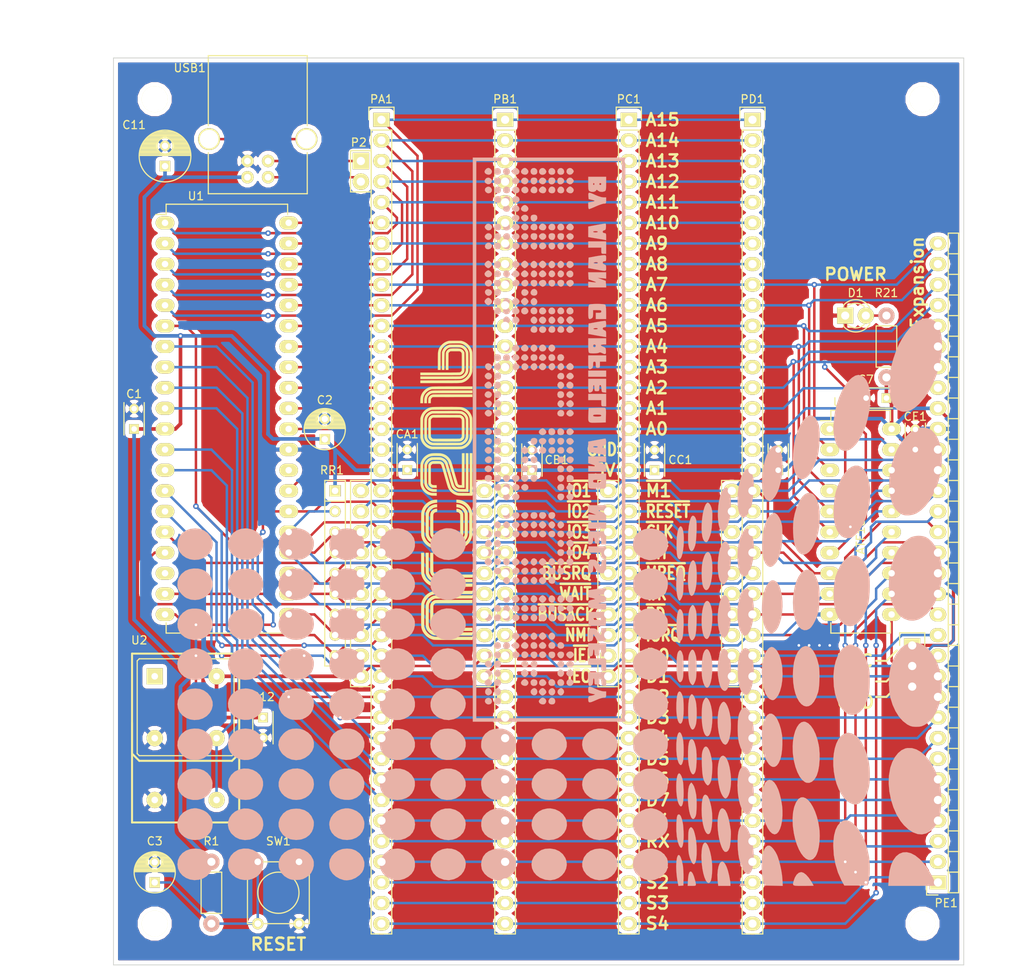
<source format=kicad_pcb>
(kicad_pcb (version 4) (host pcbnew 4.0.2-stable)
  (layers (0 Top signal) (31 Bottom signal) (34 B.Paste user) (35 F.Paste user) (36 B.SilkS user) (37 F.SilkS user) (38 B.Mask user) (39 F.Mask user) (44 Edge.Cuts user))
  (net 0 "")
  (net 1 VCC)
  (net 2 GND)
  (net 3 "Net-(USB1-Pad5)")
  (net 4 "Net-(D1-Pad2)")
  (net 5 "Net-(P2-Pad1)")
  (net 6 "Net-(P2-Pad2)")
  (net 7 "Net-(P3-Pad2)")
  (net 8 "/Card Slots/PortB/IEI")
  (net 9 "/Card Slots/PortC/IEI")
  (net 10 "/Card Slots/PortD/IEI")
  (net 11 "/Card Slots/Expansion/IEI")
  (net 12 /~RESET)
  (net 13 /A15)
  (net 14 /A14)
  (net 15 /A13)
  (net 16 /A12)
  (net 17 /A11)
  (net 18 /A10)
  (net 19 /A9)
  (net 20 /A8)
  (net 21 /A7)
  (net 22 /A6)
  (net 23 /A5)
  (net 24 /A4)
  (net 25 /A3)
  (net 26 /A2)
  (net 27 /A1)
  (net 28 /A0)
  (net 29 /~M1)
  (net 30 /~CLK)
  (net 31 /~INT)
  (net 32 /~MREQ)
  (net 33 /~WR)
  (net 34 /~RD)
  (net 35 /~IORQ)
  (net 36 /D0)
  (net 37 /D1)
  (net 38 /D2)
  (net 39 /D3)
  (net 40 /D4)
  (net 41 /D5)
  (net 42 /D6)
  (net 43 /D7)
  (net 44 "/Card Slots/TX")
  (net 45 "/Card Slots/RX")
  (net 46 "/Card Slots/S1")
  (net 47 "/Card Slots/S2")
  (net 48 "/Card Slots/S3")
  (net 49 "/Card Slots/S4")
  (net 50 "/Card Slots/~IOSEL0")
  (net 51 "/Card Slots/~IOSEL1")
  (net 52 "/Card Slots/~IOSEL2")
  (net 53 "/Card Slots/~IOSEL3")
  (net 54 /~BUSRQ)
  (net 55 /~WAIT)
  (net 56 /~BUSACK)
  (net 57 /~NMI)
  (module Socket_Strips:Socket_Strip_Angled_1x32 (layer Top) (at 142.24 132.08 90)
    (fp_text reference PE1 (at -2.54 1.016 180) (layer F.SilkS))
    (fp_text value CONN_01X32)
    (pad 1 thru_hole rect (at 0 0 90) (size 1.7272 2.032) (drill 1.016) (layers *.Cu *.Mask F.SilkS) (net 48 "/Card Slots/S3"))
    (pad 2 thru_hole oval (at 2.54 0 90) (size 1.7272 2.032) (drill 1.016) (layers *.Cu *.Mask F.SilkS) (net 47 "/Card Slots/S2"))
    (pad 3 thru_hole oval (at 5.08 0 90) (size 1.7272 2.032) (drill 1.016) (layers *.Cu *.Mask F.SilkS) (net 46 "/Card Slots/S1"))
    (pad 4 thru_hole oval (at 7.62 0 90) (size 1.7272 2.032) (drill 1.016) (layers *.Cu *.Mask F.SilkS) (net 45 "/Card Slots/RX"))
    (pad 5 thru_hole oval (at 10.16 0 90) (size 1.7272 2.032) (drill 1.016) (layers *.Cu *.Mask F.SilkS) (net 44 "/Card Slots/TX"))
    (pad 6 thru_hole oval (at 12.7 0 90) (size 1.7272 2.032) (drill 1.016) (layers *.Cu *.Mask F.SilkS) (net 43 /D7))
    (pad 7 thru_hole oval (at 15.24 0 90) (size 1.7272 2.032) (drill 1.016) (layers *.Cu *.Mask F.SilkS) (net 42 /D6))
    (pad 8 thru_hole oval (at 17.78 0 90) (size 1.7272 2.032) (drill 1.016) (layers *.Cu *.Mask F.SilkS) (net 41 /D5))
    (pad 9 thru_hole oval (at 20.32 0 90) (size 1.7272 2.032) (drill 1.016) (layers *.Cu *.Mask F.SilkS) (net 40 /D4))
    (pad 10 thru_hole oval (at 22.86 0 90) (size 1.7272 2.032) (drill 1.016) (layers *.Cu *.Mask F.SilkS) (net 39 /D3))
    (pad 11 thru_hole oval (at 25.4 0 90) (size 1.7272 2.032) (drill 1.016) (layers *.Cu *.Mask F.SilkS) (net 38 /D2))
    (pad 12 thru_hole oval (at 27.94 0 90) (size 1.7272 2.032) (drill 1.016) (layers *.Cu *.Mask F.SilkS) (net 37 /D1))
    (pad 13 thru_hole oval (at 30.48 0 90) (size 1.7272 2.032) (drill 1.016) (layers *.Cu *.Mask F.SilkS) (net 36 /D0))
    (pad 14 thru_hole oval (at 33.02 0 90) (size 1.7272 2.032) (drill 1.016) (layers *.Cu *.Mask F.SilkS) (net 35 /~IORQ))
    (pad 15 thru_hole oval (at 35.56 0 90) (size 1.7272 2.032) (drill 1.016) (layers *.Cu *.Mask F.SilkS) (net 11 "/Card Slots/Expansion/IEI"))
    (pad 16 thru_hole oval (at 38.1 0 90) (size 1.7272 2.032) (drill 1.016) (layers *.Cu *.Mask F.SilkS) (net 34 /~RD))
    (pad 17 thru_hole oval (at 40.64 0 90) (size 1.7272 2.032) (drill 1.016) (layers *.Cu *.Mask F.SilkS) (net 33 /~WR))
    (pad 18 thru_hole oval (at 43.18 0 90) (size 1.7272 2.032) (drill 1.016) (layers *.Cu *.Mask F.SilkS) (net 31 /~INT))
    (pad 19 thru_hole oval (at 45.72 0 90) (size 1.7272 2.032) (drill 1.016) (layers *.Cu *.Mask F.SilkS) (net 55 /~WAIT))
    (pad 20 thru_hole oval (at 48.26 0 90) (size 1.7272 2.032) (drill 1.016) (layers *.Cu *.Mask F.SilkS) (net 30 /~CLK))
    (pad 21 thru_hole oval (at 50.8 0 90) (size 1.7272 2.032) (drill 1.016) (layers *.Cu *.Mask F.SilkS) (net 12 /~RESET))
    (pad 22 thru_hole oval (at 53.34 0 90) (size 1.7272 2.032) (drill 1.016) (layers *.Cu *.Mask F.SilkS) (net 29 /~M1))
    (pad 23 thru_hole oval (at 55.88 0 90) (size 1.7272 2.032) (drill 1.016) (layers *.Cu *.Mask F.SilkS) (net 2 GND))
    (pad 24 thru_hole oval (at 58.42 0 90) (size 1.7272 2.032) (drill 1.016) (layers *.Cu *.Mask F.SilkS) (net 1 VCC))
    (pad 25 thru_hole oval (at 60.96 0 90) (size 1.7272 2.032) (drill 1.016) (layers *.Cu *.Mask F.SilkS) (net 28 /A0))
    (pad 26 thru_hole oval (at 63.5 0 90) (size 1.7272 2.032) (drill 1.016) (layers *.Cu *.Mask F.SilkS) (net 27 /A1))
    (pad 27 thru_hole oval (at 66.04 0 90) (size 1.7272 2.032) (drill 1.016) (layers *.Cu *.Mask F.SilkS) (net 26 /A2))
    (pad 28 thru_hole oval (at 68.58 0 90) (size 1.7272 2.032) (drill 1.016) (layers *.Cu *.Mask F.SilkS) (net 25 /A3))
    (pad 29 thru_hole oval (at 71.12 0 90) (size 1.7272 2.032) (drill 1.016) (layers *.Cu *.Mask F.SilkS) (net 24 /A4))
    (pad 30 thru_hole oval (at 73.66 0 90) (size 1.7272 2.032) (drill 1.016) (layers *.Cu *.Mask F.SilkS) (net 23 /A5))
    (pad 31 thru_hole oval (at 76.2 0 90) (size 1.7272 2.032) (drill 1.016) (layers *.Cu *.Mask F.SilkS) (net 22 /A6))
    (pad 32 thru_hole oval (at 78.74 0 90) (size 1.7272 2.032) (drill 1.016) (layers *.Cu *.Mask F.SilkS) (net 21 /A7))
  )
  (module Socket_Strips:Socket_Strip_Straight_1x02 (layer Top) (at 71.12 43.18 270)
    (fp_text reference P2 (at -2.286 0.254 360) (layer F.SilkS))
    (fp_text value CONN_01X02)
    (pad 1 thru_hole rect (at 0 0 270) (size 2.032 2.032) (drill 1.016) (layers *.Cu *.Mask F.SilkS) (net 5 "Net-(P2-Pad1)"))
    (pad 2 thru_hole oval (at 2.54 0 270) (size 2.032 2.032) (drill 1.016) (layers *.Cu *.Mask F.SilkS) (net 6 "Net-(P2-Pad2)"))
  )
  (module Capacitors_ThroughHole:C_Radial_D5_L6_P2.5 (layer Top) (at 66.675 77.47 90)
    (fp_text reference C2 (at 4.826 0 180) (layer F.SilkS))
    (fp_text value 1uF)
    (pad 1 thru_hole rect (at 0 0 90) (size 1.3 1.3) (drill 0.8) (layers *.Cu *.Mask F.SilkS) (net 1 VCC))
    (pad 2 thru_hole circle (at 2.5 0 90) (size 1.3 1.3) (drill 0.8) (layers *.Cu *.Mask F.SilkS) (net 2 GND))
  )
  (module Mounting_Holes:MountingHole_3.2mm_M3 (layer Top) (at 45.72 35.56)
    (fp_text reference MH1 hide)
    (fp_text value MH_3mm)
    (pad 1 np_thru_hole circle (at 0 0) (size 3.2 3.2) (drill 3.2) (layers *.Cu *.Mask F.SilkS))
  )
  (module Mounting_Holes:MountingHole_3.2mm_M3 (layer Top) (at 140.335 35.56)
    (fp_text reference MH2 hide)
    (fp_text value MH_3mm)
    (pad 1 np_thru_hole circle (at 0 0) (size 3.2 3.2) (drill 3.2) (layers *.Cu *.Mask F.SilkS))
  )
  (module Mounting_Holes:MountingHole_3.2mm_M3 (layer Top) (at 45.72 137.16)
    (fp_text reference MH3 hide)
    (fp_text value MH_3mm)
    (pad 1 np_thru_hole circle (at 0 0) (size 3.2 3.2) (drill 3.2) (layers *.Cu *.Mask F.SilkS))
  )
  (module Mounting_Holes:MountingHole_3.2mm_M3 (layer Top) (at 140.335 137.16)
    (fp_text reference MH4 hide)
    (fp_text value MH_3mm)
    (pad 1 np_thru_hole circle (at 0 0) (size 3.2 3.2) (drill 3.2) (layers *.Cu *.Mask F.SilkS))
  )
  (module Housings_DIP:DIP-40_W15.24mm_LongPads (layer Top) (at 46.99 50.8)
    (fp_text reference U1 (at 3.81 -3.302) (layer F.SilkS))
    (fp_text value Z80CPU)
    (pad 1 thru_hole oval (at 0 0) (size 2.3 1.6) (drill 0.8) (layers *.Cu *.Mask F.SilkS) (net 17 /A11))
    (pad 2 thru_hole oval (at 0 2.54) (size 2.3 1.6) (drill 0.8) (layers *.Cu *.Mask F.SilkS) (net 16 /A12))
    (pad 3 thru_hole oval (at 0 5.08) (size 2.3 1.6) (drill 0.8) (layers *.Cu *.Mask F.SilkS) (net 15 /A13))
    (pad 4 thru_hole oval (at 0 7.62) (size 2.3 1.6) (drill 0.8) (layers *.Cu *.Mask F.SilkS) (net 14 /A14))
    (pad 5 thru_hole oval (at 0 10.16) (size 2.3 1.6) (drill 0.8) (layers *.Cu *.Mask F.SilkS) (net 13 /A15))
    (pad 6 thru_hole oval (at 0 12.7) (size 2.3 1.6) (drill 0.8) (layers *.Cu *.Mask F.SilkS) (net 30 /~CLK))
    (pad 7 thru_hole oval (at 0 15.24) (size 2.3 1.6) (drill 0.8) (layers *.Cu *.Mask F.SilkS) (net 40 /D4))
    (pad 8 thru_hole oval (at 0 17.78) (size 2.3 1.6) (drill 0.8) (layers *.Cu *.Mask F.SilkS) (net 39 /D3))
    (pad 9 thru_hole oval (at 0 20.32) (size 2.3 1.6) (drill 0.8) (layers *.Cu *.Mask F.SilkS) (net 41 /D5))
    (pad 10 thru_hole oval (at 0 22.86) (size 2.3 1.6) (drill 0.8) (layers *.Cu *.Mask F.SilkS) (net 42 /D6))
    (pad 11 thru_hole oval (at 0 25.4) (size 2.3 1.6) (drill 0.8) (layers *.Cu *.Mask F.SilkS) (net 1 VCC))
    (pad 12 thru_hole oval (at 0 27.94) (size 2.3 1.6) (drill 0.8) (layers *.Cu *.Mask F.SilkS) (net 38 /D2))
    (pad 13 thru_hole oval (at 0 30.48) (size 2.3 1.6) (drill 0.8) (layers *.Cu *.Mask F.SilkS) (net 43 /D7))
    (pad 14 thru_hole oval (at 0 33.02) (size 2.3 1.6) (drill 0.8) (layers *.Cu *.Mask F.SilkS) (net 36 /D0))
    (pad 15 thru_hole oval (at 0 35.56) (size 2.3 1.6) (drill 0.8) (layers *.Cu *.Mask F.SilkS) (net 37 /D1))
    (pad 16 thru_hole oval (at 0 38.1) (size 2.3 1.6) (drill 0.8) (layers *.Cu *.Mask F.SilkS) (net 31 /~INT))
    (pad 17 thru_hole oval (at 0 40.64) (size 2.3 1.6) (drill 0.8) (layers *.Cu *.Mask F.SilkS) (net 57 /~NMI))
    (pad 18 thru_hole oval (at 0 43.18) (size 2.3 1.6) (drill 0.8) (layers *.Cu *.Mask F.SilkS))
    (pad 19 thru_hole oval (at 0 45.72) (size 2.3 1.6) (drill 0.8) (layers *.Cu *.Mask F.SilkS) (net 32 /~MREQ))
    (pad 20 thru_hole oval (at 0 48.26) (size 2.3 1.6) (drill 0.8) (layers *.Cu *.Mask F.SilkS) (net 35 /~IORQ))
    (pad 21 thru_hole oval (at 15.24 48.26) (size 2.3 1.6) (drill 0.8) (layers *.Cu *.Mask F.SilkS) (net 34 /~RD))
    (pad 22 thru_hole oval (at 15.24 45.72) (size 2.3 1.6) (drill 0.8) (layers *.Cu *.Mask F.SilkS) (net 33 /~WR))
    (pad 23 thru_hole oval (at 15.24 43.18) (size 2.3 1.6) (drill 0.8) (layers *.Cu *.Mask F.SilkS) (net 56 /~BUSACK))
    (pad 24 thru_hole oval (at 15.24 40.64) (size 2.3 1.6) (drill 0.8) (layers *.Cu *.Mask F.SilkS) (net 55 /~WAIT))
    (pad 25 thru_hole oval (at 15.24 38.1) (size 2.3 1.6) (drill 0.8) (layers *.Cu *.Mask F.SilkS) (net 54 /~BUSRQ))
    (pad 26 thru_hole oval (at 15.24 35.56) (size 2.3 1.6) (drill 0.8) (layers *.Cu *.Mask F.SilkS) (net 12 /~RESET))
    (pad 27 thru_hole oval (at 15.24 33.02) (size 2.3 1.6) (drill 0.8) (layers *.Cu *.Mask F.SilkS) (net 29 /~M1))
    (pad 28 thru_hole oval (at 15.24 30.48) (size 2.3 1.6) (drill 0.8) (layers *.Cu *.Mask F.SilkS))
    (pad 29 thru_hole oval (at 15.24 27.94) (size 2.3 1.6) (drill 0.8) (layers *.Cu *.Mask F.SilkS) (net 2 GND))
    (pad 30 thru_hole oval (at 15.24 25.4) (size 2.3 1.6) (drill 0.8) (layers *.Cu *.Mask F.SilkS) (net 28 /A0))
    (pad 31 thru_hole oval (at 15.24 22.86) (size 2.3 1.6) (drill 0.8) (layers *.Cu *.Mask F.SilkS) (net 27 /A1))
    (pad 32 thru_hole oval (at 15.24 20.32) (size 2.3 1.6) (drill 0.8) (layers *.Cu *.Mask F.SilkS) (net 26 /A2))
    (pad 33 thru_hole oval (at 15.24 17.78) (size 2.3 1.6) (drill 0.8) (layers *.Cu *.Mask F.SilkS) (net 25 /A3))
    (pad 34 thru_hole oval (at 15.24 15.24) (size 2.3 1.6) (drill 0.8) (layers *.Cu *.Mask F.SilkS) (net 24 /A4))
    (pad 35 thru_hole oval (at 15.24 12.7) (size 2.3 1.6) (drill 0.8) (layers *.Cu *.Mask F.SilkS) (net 23 /A5))
    (pad 36 thru_hole oval (at 15.24 10.16) (size 2.3 1.6) (drill 0.8) (layers *.Cu *.Mask F.SilkS) (net 22 /A6))
    (pad 37 thru_hole oval (at 15.24 7.62) (size 2.3 1.6) (drill 0.8) (layers *.Cu *.Mask F.SilkS) (net 21 /A7))
    (pad 38 thru_hole oval (at 15.24 5.08) (size 2.3 1.6) (drill 0.8) (layers *.Cu *.Mask F.SilkS) (net 20 /A8))
    (pad 39 thru_hole oval (at 15.24 2.54) (size 2.3 1.6) (drill 0.8) (layers *.Cu *.Mask F.SilkS) (net 19 /A9))
    (pad 40 thru_hole oval (at 15.24 0) (size 2.3 1.6) (drill 0.8) (layers *.Cu *.Mask F.SilkS) (net 18 /A10))
  )
  (module Connect:USB_B (layer Top) (at 57.15 45.17898 90)
    (fp_text reference USB1 (at 13.462 -7.112 180) (layer F.SilkS))
    (fp_text value USB_B)
    (pad 2 thru_hole circle (at 0 2.54) (size 1.524 1.524) (drill 0.8128) (layers *.Cu *.Mask F.SilkS) (net 6 "Net-(P2-Pad2)"))
    (pad 1 thru_hole circle (at 0 0) (size 1.524 1.524) (drill 0.8128) (layers *.Cu *.Mask F.SilkS) (net 1 VCC))
    (pad 4 thru_hole circle (at 1.99898 0) (size 1.524 1.524) (drill 0.8128) (layers *.Cu *.Mask F.SilkS) (net 2 GND))
    (pad 3 thru_hole circle (at 1.99898 2.54) (size 1.524 1.524) (drill 0.8128) (layers *.Cu *.Mask F.SilkS) (net 5 "Net-(P2-Pad1)"))
    (pad 5 thru_hole circle (at 4.699 7.26948) (size 2.70002 2.70002) (drill 2.30124) (layers *.Cu *.Mask F.SilkS) (net 3 "Net-(USB1-Pad5)"))
    (pad 5 thru_hole circle (at 4.699 -4.72948) (size 2.70002 2.70002) (drill 2.30124) (layers *.Cu *.Mask F.SilkS) (net 3 "Net-(USB1-Pad5)"))
  )
  (module Capacitors_ThroughHole:C_Rect_L4_W2.5_P2.5 (layer Top) (at 43.18 76.2 90)
    (fp_text reference C1 (at 4.318 0 180) (layer F.SilkS))
    (fp_text value 100n)
    (pad 1 thru_hole rect (at 0 0 90) (size 1.2 1.2) (drill 0.7) (layers *.Cu *.Mask F.SilkS) (net 1 VCC))
    (pad 2 thru_hole circle (at 2.5 0 90) (size 1.2 1.2) (drill 0.7) (layers *.Cu *.Mask F.SilkS) (net 2 GND))
  )
  (module Capacitors_ThroughHole:C_Radial_D5_L6_P2.5 (layer Top) (at 45.72 132.08 90)
    (fp_text reference C3 (at 5.08 0 180) (layer F.SilkS))
    (fp_text value 1uF)
    (pad 1 thru_hole rect (at 0 0 90) (size 1.3 1.3) (drill 0.8) (layers *.Cu *.Mask F.SilkS) (net 12 /~RESET))
    (pad 2 thru_hole circle (at 2.5 0 90) (size 1.3 1.3) (drill 0.8) (layers *.Cu *.Mask F.SilkS) (net 2 GND))
  )
  (module Capacitors_ThroughHole:C_Radial_D6.3_L11.2_P2.5 (layer Top) (at 46.99 43.815 90)
    (fp_text reference C11 (at 5.08 -3.81 180) (layer F.SilkS))
    (fp_text value 10u)
    (pad 2 thru_hole circle (at 2.5 0 90) (size 1.3 1.3) (drill 0.8) (layers *.Cu *.Mask F.SilkS) (net 2 GND))
    (pad 1 thru_hole rect (at 0 0 90) (size 1.3 1.3) (drill 0.8) (layers *.Cu *.Mask F.SilkS) (net 1 VCC))
  )
  (module Capacitors_ThroughHole:C_Rect_L4_W2.5_P2.5 (layer Top) (at 76.835 81.24 90)
    (fp_text reference CA1 (at 4.405 0 180) (layer F.SilkS))
    (fp_text value 100n)
    (pad 1 thru_hole rect (at 0 0 90) (size 1.2 1.2) (drill 0.7) (layers *.Cu *.Mask F.SilkS) (net 1 VCC))
    (pad 2 thru_hole circle (at 2.5 0 90) (size 1.2 1.2) (drill 0.7) (layers *.Cu *.Mask F.SilkS) (net 2 GND))
  )
  (module Capacitors_ThroughHole:C_Rect_L4_W2.5_P2.5 (layer Top) (at 107.315 81.28 90)
    (fp_text reference CC1 (at 1.27 3.175 180) (layer F.SilkS))
    (fp_text value 100n)
    (pad 1 thru_hole rect (at 0 0 90) (size 1.2 1.2) (drill 0.7) (layers *.Cu *.Mask F.SilkS) (net 1 VCC))
    (pad 2 thru_hole circle (at 2.5 0 90) (size 1.2 1.2) (drill 0.7) (layers *.Cu *.Mask F.SilkS) (net 2 GND))
  )
  (module LEDs:LED-3MM (layer Top) (at 130.81 62.23)
    (fp_text reference D1 (at 1.27 -2.794) (layer F.SilkS))
    (fp_text value LED)
    (pad 1 thru_hole rect (at 0 0 90) (size 2 2) (drill 1.00076) (layers *.Cu *.Mask F.SilkS) (net 2 GND))
    (pad 2 thru_hole circle (at 2.54 0) (size 2 2) (drill 1.00076) (layers *.Cu *.Mask F.SilkS) (net 4 "Net-(D1-Pad2)"))
  )
  (module Resistors_ThroughHole:Resistor_Horizontal_RM7mm (layer Top) (at 52.705 129.54 270)
    (fp_text reference R1 (at -2.54 0 360) (layer F.SilkS))
    (fp_text value 10K)
    (pad 1 thru_hole circle (at 0 0 270) (size 1.99898 1.99898) (drill 1.00076) (layers *.Cu *.SilkS *.Mask) (net 1 VCC))
    (pad 2 thru_hole circle (at 7.62 0 270) (size 1.99898 1.99898) (drill 1.00076) (layers *.Cu *.SilkS *.Mask) (net 12 /~RESET))
  )
  (module Resistors_ThroughHole:Resistor_Horizontal_RM7mm (layer Top) (at 135.89 69.85 90)
    (fp_text reference R21 (at 10.414 0 180) (layer F.SilkS))
    (fp_text value 220)
    (pad 1 thru_hole circle (at 0 0 90) (size 1.99898 1.99898) (drill 1.00076) (layers *.Cu *.SilkS *.Mask) (net 1 VCC))
    (pad 2 thru_hole circle (at 7.62 0 90) (size 1.99898 1.99898) (drill 1.00076) (layers *.Cu *.SilkS *.Mask) (net 4 "Net-(D1-Pad2)"))
  )
  (module Capacitors_ThroughHole:C_Rect_L4_W2.5_P2.5 (layer Top) (at 59.055 111.76 270)
    (fp_text reference C12 (at -2.54 0 540) (layer F.SilkS))
    (fp_text value 100n)
    (pad 1 thru_hole rect (at 0 0 270) (size 1.2 1.2) (drill 0.7) (layers *.Cu *.Mask F.SilkS) (net 1 VCC))
    (pad 2 thru_hole circle (at 2.5 0 270) (size 1.2 1.2) (drill 0.7) (layers *.Cu *.Mask F.SilkS) (net 2 GND))
  )
  (module Resistors_ThroughHole:Resistor_Array_SIP8 (layer Top) (at 67.945 93.98 270)
    (fp_text reference RR1 (at -12.7 0.381 540) (layer F.SilkS))
    (fp_text value RR8)
    (pad 1 thru_hole rect (at -10.16 0 270) (size 1.397 1.397) (drill 0.8128) (layers *.Cu *.Mask F.SilkS) (net 1 VCC))
    (pad 2 thru_hole circle (at -7.62 0 270) (size 1.397 1.397) (drill 0.8128) (layers *.Cu *.Mask F.SilkS) (net 54 /~BUSRQ))
    (pad 3 thru_hole circle (at -5.08 0 270) (size 1.397 1.397) (drill 0.8128) (layers *.Cu *.Mask F.SilkS) (net 55 /~WAIT))
    (pad 4 thru_hole circle (at -2.54 0 270) (size 1.397 1.397) (drill 0.8128) (layers *.Cu *.Mask F.SilkS) (net 31 /~INT))
    (pad 5 thru_hole circle (at 0 0 270) (size 1.397 1.397) (drill 0.8128) (layers *.Cu *.Mask F.SilkS) (net 32 /~MREQ))
    (pad 6 thru_hole circle (at 2.54 0 270) (size 1.397 1.397) (drill 0.8128) (layers *.Cu *.Mask F.SilkS) (net 33 /~WR))
    (pad 7 thru_hole circle (at 5.08 0 270) (size 1.397 1.397) (drill 0.8128) (layers *.Cu *.Mask F.SilkS) (net 57 /~NMI))
    (pad 8 thru_hole circle (at 7.62 0 270) (size 1.397 1.397) (drill 0.8128) (layers *.Cu *.Mask F.SilkS) (net 34 /~RD))
    (pad 9 thru_hole circle (at 10.16 0 270) (size 1.397 1.397) (drill 0.8128) (layers *.Cu *.Mask F.SilkS) (net 35 /~IORQ))
  )
  (module Buttons_Switches_ThroughHole:SW_PUSH_SMALL (layer Top) (at 60.96 133.35 270)
    (fp_text reference SW1 (at -6.35 0 360) (layer F.SilkS))
    (fp_text value RESET)
    (pad 1 thru_hole circle (at 3.81 -2.54 270) (size 1.397 1.397) (drill 0.8128) (layers *.Cu *.Mask F.SilkS) (net 2 GND))
    (pad 2 thru_hole circle (at 3.81 2.54 270) (size 1.397 1.397) (drill 0.8128) (layers *.Cu *.Mask F.SilkS) (net 12 /~RESET))
    (pad 1 thru_hole circle (at -3.81 -2.54 270) (size 1.397 1.397) (drill 0.8128) (layers *.Cu *.Mask F.SilkS) (net 2 GND))
    (pad 2 thru_hole circle (at -3.81 2.54 270) (size 1.397 1.397) (drill 0.8128) (layers *.Cu *.Mask F.SilkS) (net 12 /~RESET))
  )
  (module Capacitors_ThroughHole:C_Rect_L4_W2.5_P2.5 (layer Top) (at 92.202 81.28 90)
    (fp_text reference CB1 (at 1.27 3.048 180) (layer F.SilkS))
    (fp_text value 100n)
    (pad 1 thru_hole rect (at 0 0 90) (size 1.2 1.2) (drill 0.7) (layers *.Cu *.Mask F.SilkS) (net 1 VCC))
    (pad 2 thru_hole circle (at 2.5 0 90) (size 1.2 1.2) (drill 0.7) (layers *.Cu *.Mask F.SilkS) (net 2 GND))
  )
  (module Capacitors_ThroughHole:C_Rect_L4_W2.5_P2.5 (layer Top) (at 122.555 81.28 90)
    (fp_text reference CD1 (at 1.27 3.175 180) (layer F.SilkS))
    (fp_text value 100n)
    (pad 1 thru_hole rect (at 0 0 90) (size 1.2 1.2) (drill 0.7) (layers *.Cu *.Mask F.SilkS) (net 1 VCC))
    (pad 2 thru_hole circle (at 2.5 0 90) (size 1.2 1.2) (drill 0.7) (layers *.Cu *.Mask F.SilkS) (net 2 GND))
  )
  (module Socket_Strips:Socket_Strip_Straight_1x40 (layer Top) (at 73.66 38.1 270)
    (fp_text reference PA1 (at -2.54 0 540) (layer F.SilkS))
    (fp_text value CONN_01X40)
    (pad 1 thru_hole rect (at 0 0 270) (size 1.7272 2.032) (drill 1.016) (layers *.Cu *.Mask F.SilkS) (net 13 /A15))
    (pad 2 thru_hole oval (at 2.54 0 270) (size 1.7272 2.032) (drill 1.016) (layers *.Cu *.Mask F.SilkS) (net 14 /A14))
    (pad 3 thru_hole oval (at 5.08 0 270) (size 1.7272 2.032) (drill 1.016) (layers *.Cu *.Mask F.SilkS) (net 15 /A13))
    (pad 4 thru_hole oval (at 7.62 0 270) (size 1.7272 2.032) (drill 1.016) (layers *.Cu *.Mask F.SilkS) (net 16 /A12))
    (pad 5 thru_hole oval (at 10.16 0 270) (size 1.7272 2.032) (drill 1.016) (layers *.Cu *.Mask F.SilkS) (net 17 /A11))
    (pad 6 thru_hole oval (at 12.7 0 270) (size 1.7272 2.032) (drill 1.016) (layers *.Cu *.Mask F.SilkS) (net 18 /A10))
    (pad 7 thru_hole oval (at 15.24 0 270) (size 1.7272 2.032) (drill 1.016) (layers *.Cu *.Mask F.SilkS) (net 19 /A9))
    (pad 8 thru_hole oval (at 17.78 0 270) (size 1.7272 2.032) (drill 1.016) (layers *.Cu *.Mask F.SilkS) (net 20 /A8))
    (pad 9 thru_hole oval (at 20.32 0 270) (size 1.7272 2.032) (drill 1.016) (layers *.Cu *.Mask F.SilkS) (net 21 /A7))
    (pad 10 thru_hole oval (at 22.86 0 270) (size 1.7272 2.032) (drill 1.016) (layers *.Cu *.Mask F.SilkS) (net 22 /A6))
    (pad 11 thru_hole oval (at 25.4 0 270) (size 1.7272 2.032) (drill 1.016) (layers *.Cu *.Mask F.SilkS) (net 23 /A5))
    (pad 12 thru_hole oval (at 27.94 0 270) (size 1.7272 2.032) (drill 1.016) (layers *.Cu *.Mask F.SilkS) (net 24 /A4))
    (pad 13 thru_hole oval (at 30.48 0 270) (size 1.7272 2.032) (drill 1.016) (layers *.Cu *.Mask F.SilkS) (net 25 /A3))
    (pad 14 thru_hole oval (at 33.02 0 270) (size 1.7272 2.032) (drill 1.016) (layers *.Cu *.Mask F.SilkS) (net 26 /A2))
    (pad 15 thru_hole oval (at 35.56 0 270) (size 1.7272 2.032) (drill 1.016) (layers *.Cu *.Mask F.SilkS) (net 27 /A1))
    (pad 16 thru_hole oval (at 38.1 0 270) (size 1.7272 2.032) (drill 1.016) (layers *.Cu *.Mask F.SilkS) (net 28 /A0))
    (pad 17 thru_hole oval (at 40.64 0 270) (size 1.7272 2.032) (drill 1.016) (layers *.Cu *.Mask F.SilkS) (net 2 GND))
    (pad 18 thru_hole oval (at 43.18 0 270) (size 1.7272 2.032) (drill 1.016) (layers *.Cu *.Mask F.SilkS) (net 1 VCC))
    (pad 19 thru_hole oval (at 45.72 0 270) (size 1.7272 2.032) (drill 1.016) (layers *.Cu *.Mask F.SilkS) (net 29 /~M1))
    (pad 20 thru_hole oval (at 48.26 0 270) (size 1.7272 2.032) (drill 1.016) (layers *.Cu *.Mask F.SilkS) (net 12 /~RESET))
    (pad 21 thru_hole oval (at 50.8 0 270) (size 1.7272 2.032) (drill 1.016) (layers *.Cu *.Mask F.SilkS) (net 30 /~CLK))
    (pad 22 thru_hole oval (at 53.34 0 270) (size 1.7272 2.032) (drill 1.016) (layers *.Cu *.Mask F.SilkS) (net 31 /~INT))
    (pad 23 thru_hole oval (at 55.88 0 270) (size 1.7272 2.032) (drill 1.016) (layers *.Cu *.Mask F.SilkS) (net 32 /~MREQ))
    (pad 24 thru_hole oval (at 58.42 0 270) (size 1.7272 2.032) (drill 1.016) (layers *.Cu *.Mask F.SilkS) (net 33 /~WR))
    (pad 25 thru_hole oval (at 60.96 0 270) (size 1.7272 2.032) (drill 1.016) (layers *.Cu *.Mask F.SilkS) (net 34 /~RD))
    (pad 26 thru_hole oval (at 63.5 0 270) (size 1.7272 2.032) (drill 1.016) (layers *.Cu *.Mask F.SilkS) (net 35 /~IORQ))
    (pad 27 thru_hole oval (at 66.04 0 270) (size 1.7272 2.032) (drill 1.016) (layers *.Cu *.Mask F.SilkS) (net 36 /D0))
    (pad 28 thru_hole oval (at 68.58 0 270) (size 1.7272 2.032) (drill 1.016) (layers *.Cu *.Mask F.SilkS) (net 37 /D1))
    (pad 29 thru_hole oval (at 71.12 0 270) (size 1.7272 2.032) (drill 1.016) (layers *.Cu *.Mask F.SilkS) (net 38 /D2))
    (pad 30 thru_hole oval (at 73.66 0 270) (size 1.7272 2.032) (drill 1.016) (layers *.Cu *.Mask F.SilkS) (net 39 /D3))
    (pad 31 thru_hole oval (at 76.2 0 270) (size 1.7272 2.032) (drill 1.016) (layers *.Cu *.Mask F.SilkS) (net 40 /D4))
    (pad 32 thru_hole oval (at 78.74 0 270) (size 1.7272 2.032) (drill 1.016) (layers *.Cu *.Mask F.SilkS) (net 41 /D5))
    (pad 33 thru_hole oval (at 81.28 0 270) (size 1.7272 2.032) (drill 1.016) (layers *.Cu *.Mask F.SilkS) (net 42 /D6))
    (pad 34 thru_hole oval (at 83.82 0 270) (size 1.7272 2.032) (drill 1.016) (layers *.Cu *.Mask F.SilkS) (net 43 /D7))
    (pad 35 thru_hole oval (at 86.36 0 270) (size 1.7272 2.032) (drill 1.016) (layers *.Cu *.Mask F.SilkS) (net 44 "/Card Slots/TX"))
    (pad 36 thru_hole oval (at 88.9 0 270) (size 1.7272 2.032) (drill 1.016) (layers *.Cu *.Mask F.SilkS) (net 45 "/Card Slots/RX"))
    (pad 37 thru_hole oval (at 91.44 0 270) (size 1.7272 2.032) (drill 1.016) (layers *.Cu *.Mask F.SilkS) (net 46 "/Card Slots/S1"))
    (pad 38 thru_hole oval (at 93.98 0 270) (size 1.7272 2.032) (drill 1.016) (layers *.Cu *.Mask F.SilkS) (net 47 "/Card Slots/S2"))
    (pad 39 thru_hole oval (at 96.52 0 270) (size 1.7272 2.032) (drill 1.016) (layers *.Cu *.Mask F.SilkS) (net 48 "/Card Slots/S3"))
    (pad 40 thru_hole oval (at 99.06 0 270) (size 1.7272 2.032) (drill 1.016) (layers *.Cu *.Mask F.SilkS) (net 49 "/Card Slots/S4"))
  )
  (module Socket_Strips:Socket_Strip_Straight_1x40 (layer Top) (at 88.9 38.1 270)
    (fp_text reference PB1 (at -2.54 0 360) (layer F.SilkS))
    (fp_text value CONN_01X40)
    (pad 1 thru_hole rect (at 0 0 270) (size 1.7272 2.032) (drill 1.016) (layers *.Cu *.Mask F.SilkS) (net 13 /A15))
    (pad 2 thru_hole oval (at 2.54 0 270) (size 1.7272 2.032) (drill 1.016) (layers *.Cu *.Mask F.SilkS) (net 14 /A14))
    (pad 3 thru_hole oval (at 5.08 0 270) (size 1.7272 2.032) (drill 1.016) (layers *.Cu *.Mask F.SilkS) (net 15 /A13))
    (pad 4 thru_hole oval (at 7.62 0 270) (size 1.7272 2.032) (drill 1.016) (layers *.Cu *.Mask F.SilkS) (net 16 /A12))
    (pad 5 thru_hole oval (at 10.16 0 270) (size 1.7272 2.032) (drill 1.016) (layers *.Cu *.Mask F.SilkS) (net 17 /A11))
    (pad 6 thru_hole oval (at 12.7 0 270) (size 1.7272 2.032) (drill 1.016) (layers *.Cu *.Mask F.SilkS) (net 18 /A10))
    (pad 7 thru_hole oval (at 15.24 0 270) (size 1.7272 2.032) (drill 1.016) (layers *.Cu *.Mask F.SilkS) (net 19 /A9))
    (pad 8 thru_hole oval (at 17.78 0 270) (size 1.7272 2.032) (drill 1.016) (layers *.Cu *.Mask F.SilkS) (net 20 /A8))
    (pad 9 thru_hole oval (at 20.32 0 270) (size 1.7272 2.032) (drill 1.016) (layers *.Cu *.Mask F.SilkS) (net 21 /A7))
    (pad 10 thru_hole oval (at 22.86 0 270) (size 1.7272 2.032) (drill 1.016) (layers *.Cu *.Mask F.SilkS) (net 22 /A6))
    (pad 11 thru_hole oval (at 25.4 0 270) (size 1.7272 2.032) (drill 1.016) (layers *.Cu *.Mask F.SilkS) (net 23 /A5))
    (pad 12 thru_hole oval (at 27.94 0 270) (size 1.7272 2.032) (drill 1.016) (layers *.Cu *.Mask F.SilkS) (net 24 /A4))
    (pad 13 thru_hole oval (at 30.48 0 270) (size 1.7272 2.032) (drill 1.016) (layers *.Cu *.Mask F.SilkS) (net 25 /A3))
    (pad 14 thru_hole oval (at 33.02 0 270) (size 1.7272 2.032) (drill 1.016) (layers *.Cu *.Mask F.SilkS) (net 26 /A2))
    (pad 15 thru_hole oval (at 35.56 0 270) (size 1.7272 2.032) (drill 1.016) (layers *.Cu *.Mask F.SilkS) (net 27 /A1))
    (pad 16 thru_hole oval (at 38.1 0 270) (size 1.7272 2.032) (drill 1.016) (layers *.Cu *.Mask F.SilkS) (net 28 /A0))
    (pad 17 thru_hole oval (at 40.64 0 270) (size 1.7272 2.032) (drill 1.016) (layers *.Cu *.Mask F.SilkS) (net 2 GND))
    (pad 18 thru_hole oval (at 43.18 0 270) (size 1.7272 2.032) (drill 1.016) (layers *.Cu *.Mask F.SilkS) (net 1 VCC))
    (pad 19 thru_hole oval (at 45.72 0 270) (size 1.7272 2.032) (drill 1.016) (layers *.Cu *.Mask F.SilkS) (net 29 /~M1))
    (pad 20 thru_hole oval (at 48.26 0 270) (size 1.7272 2.032) (drill 1.016) (layers *.Cu *.Mask F.SilkS) (net 12 /~RESET))
    (pad 21 thru_hole oval (at 50.8 0 270) (size 1.7272 2.032) (drill 1.016) (layers *.Cu *.Mask F.SilkS) (net 30 /~CLK))
    (pad 22 thru_hole oval (at 53.34 0 270) (size 1.7272 2.032) (drill 1.016) (layers *.Cu *.Mask F.SilkS) (net 31 /~INT))
    (pad 23 thru_hole oval (at 55.88 0 270) (size 1.7272 2.032) (drill 1.016) (layers *.Cu *.Mask F.SilkS) (net 32 /~MREQ))
    (pad 24 thru_hole oval (at 58.42 0 270) (size 1.7272 2.032) (drill 1.016) (layers *.Cu *.Mask F.SilkS) (net 33 /~WR))
    (pad 25 thru_hole oval (at 60.96 0 270) (size 1.7272 2.032) (drill 1.016) (layers *.Cu *.Mask F.SilkS) (net 34 /~RD))
    (pad 26 thru_hole oval (at 63.5 0 270) (size 1.7272 2.032) (drill 1.016) (layers *.Cu *.Mask F.SilkS) (net 35 /~IORQ))
    (pad 27 thru_hole oval (at 66.04 0 270) (size 1.7272 2.032) (drill 1.016) (layers *.Cu *.Mask F.SilkS) (net 36 /D0))
    (pad 28 thru_hole oval (at 68.58 0 270) (size 1.7272 2.032) (drill 1.016) (layers *.Cu *.Mask F.SilkS) (net 37 /D1))
    (pad 29 thru_hole oval (at 71.12 0 270) (size 1.7272 2.032) (drill 1.016) (layers *.Cu *.Mask F.SilkS) (net 38 /D2))
    (pad 30 thru_hole oval (at 73.66 0 270) (size 1.7272 2.032) (drill 1.016) (layers *.Cu *.Mask F.SilkS) (net 39 /D3))
    (pad 31 thru_hole oval (at 76.2 0 270) (size 1.7272 2.032) (drill 1.016) (layers *.Cu *.Mask F.SilkS) (net 40 /D4))
    (pad 32 thru_hole oval (at 78.74 0 270) (size 1.7272 2.032) (drill 1.016) (layers *.Cu *.Mask F.SilkS) (net 41 /D5))
    (pad 33 thru_hole oval (at 81.28 0 270) (size 1.7272 2.032) (drill 1.016) (layers *.Cu *.Mask F.SilkS) (net 42 /D6))
    (pad 34 thru_hole oval (at 83.82 0 270) (size 1.7272 2.032) (drill 1.016) (layers *.Cu *.Mask F.SilkS) (net 43 /D7))
    (pad 35 thru_hole oval (at 86.36 0 270) (size 1.7272 2.032) (drill 1.016) (layers *.Cu *.Mask F.SilkS) (net 44 "/Card Slots/TX"))
    (pad 36 thru_hole oval (at 88.9 0 270) (size 1.7272 2.032) (drill 1.016) (layers *.Cu *.Mask F.SilkS) (net 45 "/Card Slots/RX"))
    (pad 37 thru_hole oval (at 91.44 0 270) (size 1.7272 2.032) (drill 1.016) (layers *.Cu *.Mask F.SilkS) (net 46 "/Card Slots/S1"))
    (pad 38 thru_hole oval (at 93.98 0 270) (size 1.7272 2.032) (drill 1.016) (layers *.Cu *.Mask F.SilkS) (net 47 "/Card Slots/S2"))
    (pad 39 thru_hole oval (at 96.52 0 270) (size 1.7272 2.032) (drill 1.016) (layers *.Cu *.Mask F.SilkS) (net 48 "/Card Slots/S3"))
    (pad 40 thru_hole oval (at 99.06 0 270) (size 1.7272 2.032) (drill 1.016) (layers *.Cu *.Mask F.SilkS) (net 49 "/Card Slots/S4"))
  )
  (module Socket_Strips:Socket_Strip_Straight_1x40 (layer Top) (at 104.14 38.1 270)
    (fp_text reference PC1 (at -2.54 0 360) (layer F.SilkS))
    (fp_text value CONN_01X40)
    (pad 1 thru_hole rect (at 0 0 270) (size 1.7272 2.032) (drill 1.016) (layers *.Cu *.Mask F.SilkS) (net 13 /A15))
    (pad 2 thru_hole oval (at 2.54 0 270) (size 1.7272 2.032) (drill 1.016) (layers *.Cu *.Mask F.SilkS) (net 14 /A14))
    (pad 3 thru_hole oval (at 5.08 0 270) (size 1.7272 2.032) (drill 1.016) (layers *.Cu *.Mask F.SilkS) (net 15 /A13))
    (pad 4 thru_hole oval (at 7.62 0 270) (size 1.7272 2.032) (drill 1.016) (layers *.Cu *.Mask F.SilkS) (net 16 /A12))
    (pad 5 thru_hole oval (at 10.16 0 270) (size 1.7272 2.032) (drill 1.016) (layers *.Cu *.Mask F.SilkS) (net 17 /A11))
    (pad 6 thru_hole oval (at 12.7 0 270) (size 1.7272 2.032) (drill 1.016) (layers *.Cu *.Mask F.SilkS) (net 18 /A10))
    (pad 7 thru_hole oval (at 15.24 0 270) (size 1.7272 2.032) (drill 1.016) (layers *.Cu *.Mask F.SilkS) (net 19 /A9))
    (pad 8 thru_hole oval (at 17.78 0 270) (size 1.7272 2.032) (drill 1.016) (layers *.Cu *.Mask F.SilkS) (net 20 /A8))
    (pad 9 thru_hole oval (at 20.32 0 270) (size 1.7272 2.032) (drill 1.016) (layers *.Cu *.Mask F.SilkS) (net 21 /A7))
    (pad 10 thru_hole oval (at 22.86 0 270) (size 1.7272 2.032) (drill 1.016) (layers *.Cu *.Mask F.SilkS) (net 22 /A6))
    (pad 11 thru_hole oval (at 25.4 0 270) (size 1.7272 2.032) (drill 1.016) (layers *.Cu *.Mask F.SilkS) (net 23 /A5))
    (pad 12 thru_hole oval (at 27.94 0 270) (size 1.7272 2.032) (drill 1.016) (layers *.Cu *.Mask F.SilkS) (net 24 /A4))
    (pad 13 thru_hole oval (at 30.48 0 270) (size 1.7272 2.032) (drill 1.016) (layers *.Cu *.Mask F.SilkS) (net 25 /A3))
    (pad 14 thru_hole oval (at 33.02 0 270) (size 1.7272 2.032) (drill 1.016) (layers *.Cu *.Mask F.SilkS) (net 26 /A2))
    (pad 15 thru_hole oval (at 35.56 0 270) (size 1.7272 2.032) (drill 1.016) (layers *.Cu *.Mask F.SilkS) (net 27 /A1))
    (pad 16 thru_hole oval (at 38.1 0 270) (size 1.7272 2.032) (drill 1.016) (layers *.Cu *.Mask F.SilkS) (net 28 /A0))
    (pad 17 thru_hole oval (at 40.64 0 270) (size 1.7272 2.032) (drill 1.016) (layers *.Cu *.Mask F.SilkS) (net 2 GND))
    (pad 18 thru_hole oval (at 43.18 0 270) (size 1.7272 2.032) (drill 1.016) (layers *.Cu *.Mask F.SilkS) (net 1 VCC))
    (pad 19 thru_hole oval (at 45.72 0 270) (size 1.7272 2.032) (drill 1.016) (layers *.Cu *.Mask F.SilkS) (net 29 /~M1))
    (pad 20 thru_hole oval (at 48.26 0 270) (size 1.7272 2.032) (drill 1.016) (layers *.Cu *.Mask F.SilkS) (net 12 /~RESET))
    (pad 21 thru_hole oval (at 50.8 0 270) (size 1.7272 2.032) (drill 1.016) (layers *.Cu *.Mask F.SilkS) (net 30 /~CLK))
    (pad 22 thru_hole oval (at 53.34 0 270) (size 1.7272 2.032) (drill 1.016) (layers *.Cu *.Mask F.SilkS) (net 31 /~INT))
    (pad 23 thru_hole oval (at 55.88 0 270) (size 1.7272 2.032) (drill 1.016) (layers *.Cu *.Mask F.SilkS) (net 32 /~MREQ))
    (pad 24 thru_hole oval (at 58.42 0 270) (size 1.7272 2.032) (drill 1.016) (layers *.Cu *.Mask F.SilkS) (net 33 /~WR))
    (pad 25 thru_hole oval (at 60.96 0 270) (size 1.7272 2.032) (drill 1.016) (layers *.Cu *.Mask F.SilkS) (net 34 /~RD))
    (pad 26 thru_hole oval (at 63.5 0 270) (size 1.7272 2.032) (drill 1.016) (layers *.Cu *.Mask F.SilkS) (net 35 /~IORQ))
    (pad 27 thru_hole oval (at 66.04 0 270) (size 1.7272 2.032) (drill 1.016) (layers *.Cu *.Mask F.SilkS) (net 36 /D0))
    (pad 28 thru_hole oval (at 68.58 0 270) (size 1.7272 2.032) (drill 1.016) (layers *.Cu *.Mask F.SilkS) (net 37 /D1))
    (pad 29 thru_hole oval (at 71.12 0 270) (size 1.7272 2.032) (drill 1.016) (layers *.Cu *.Mask F.SilkS) (net 38 /D2))
    (pad 30 thru_hole oval (at 73.66 0 270) (size 1.7272 2.032) (drill 1.016) (layers *.Cu *.Mask F.SilkS) (net 39 /D3))
    (pad 31 thru_hole oval (at 76.2 0 270) (size 1.7272 2.032) (drill 1.016) (layers *.Cu *.Mask F.SilkS) (net 40 /D4))
    (pad 32 thru_hole oval (at 78.74 0 270) (size 1.7272 2.032) (drill 1.016) (layers *.Cu *.Mask F.SilkS) (net 41 /D5))
    (pad 33 thru_hole oval (at 81.28 0 270) (size 1.7272 2.032) (drill 1.016) (layers *.Cu *.Mask F.SilkS) (net 42 /D6))
    (pad 34 thru_hole oval (at 83.82 0 270) (size 1.7272 2.032) (drill 1.016) (layers *.Cu *.Mask F.SilkS) (net 43 /D7))
    (pad 35 thru_hole oval (at 86.36 0 270) (size 1.7272 2.032) (drill 1.016) (layers *.Cu *.Mask F.SilkS) (net 44 "/Card Slots/TX"))
    (pad 36 thru_hole oval (at 88.9 0 270) (size 1.7272 2.032) (drill 1.016) (layers *.Cu *.Mask F.SilkS) (net 45 "/Card Slots/RX"))
    (pad 37 thru_hole oval (at 91.44 0 270) (size 1.7272 2.032) (drill 1.016) (layers *.Cu *.Mask F.SilkS) (net 46 "/Card Slots/S1"))
    (pad 38 thru_hole oval (at 93.98 0 270) (size 1.7272 2.032) (drill 1.016) (layers *.Cu *.Mask F.SilkS) (net 47 "/Card Slots/S2"))
    (pad 39 thru_hole oval (at 96.52 0 270) (size 1.7272 2.032) (drill 1.016) (layers *.Cu *.Mask F.SilkS) (net 48 "/Card Slots/S3"))
    (pad 40 thru_hole oval (at 99.06 0 270) (size 1.7272 2.032) (drill 1.016) (layers *.Cu *.Mask F.SilkS) (net 49 "/Card Slots/S4"))
  )
  (module Socket_Strips:Socket_Strip_Straight_1x40 (layer Top) (at 119.38 38.1 270)
    (fp_text reference PD1 (at -2.54 0 360) (layer F.SilkS))
    (fp_text value CONN_01X40)
    (pad 1 thru_hole rect (at 0 0 270) (size 1.7272 2.032) (drill 1.016) (layers *.Cu *.Mask F.SilkS) (net 13 /A15))
    (pad 2 thru_hole oval (at 2.54 0 270) (size 1.7272 2.032) (drill 1.016) (layers *.Cu *.Mask F.SilkS) (net 14 /A14))
    (pad 3 thru_hole oval (at 5.08 0 270) (size 1.7272 2.032) (drill 1.016) (layers *.Cu *.Mask F.SilkS) (net 15 /A13))
    (pad 4 thru_hole oval (at 7.62 0 270) (size 1.7272 2.032) (drill 1.016) (layers *.Cu *.Mask F.SilkS) (net 16 /A12))
    (pad 5 thru_hole oval (at 10.16 0 270) (size 1.7272 2.032) (drill 1.016) (layers *.Cu *.Mask F.SilkS) (net 17 /A11))
    (pad 6 thru_hole oval (at 12.7 0 270) (size 1.7272 2.032) (drill 1.016) (layers *.Cu *.Mask F.SilkS) (net 18 /A10))
    (pad 7 thru_hole oval (at 15.24 0 270) (size 1.7272 2.032) (drill 1.016) (layers *.Cu *.Mask F.SilkS) (net 19 /A9))
    (pad 8 thru_hole oval (at 17.78 0 270) (size 1.7272 2.032) (drill 1.016) (layers *.Cu *.Mask F.SilkS) (net 20 /A8))
    (pad 9 thru_hole oval (at 20.32 0 270) (size 1.7272 2.032) (drill 1.016) (layers *.Cu *.Mask F.SilkS) (net 21 /A7))
    (pad 10 thru_hole oval (at 22.86 0 270) (size 1.7272 2.032) (drill 1.016) (layers *.Cu *.Mask F.SilkS) (net 22 /A6))
    (pad 11 thru_hole oval (at 25.4 0 270) (size 1.7272 2.032) (drill 1.016) (layers *.Cu *.Mask F.SilkS) (net 23 /A5))
    (pad 12 thru_hole oval (at 27.94 0 270) (size 1.7272 2.032) (drill 1.016) (layers *.Cu *.Mask F.SilkS) (net 24 /A4))
    (pad 13 thru_hole oval (at 30.48 0 270) (size 1.7272 2.032) (drill 1.016) (layers *.Cu *.Mask F.SilkS) (net 25 /A3))
    (pad 14 thru_hole oval (at 33.02 0 270) (size 1.7272 2.032) (drill 1.016) (layers *.Cu *.Mask F.SilkS) (net 26 /A2))
    (pad 15 thru_hole oval (at 35.56 0 270) (size 1.7272 2.032) (drill 1.016) (layers *.Cu *.Mask F.SilkS) (net 27 /A1))
    (pad 16 thru_hole oval (at 38.1 0 270) (size 1.7272 2.032) (drill 1.016) (layers *.Cu *.Mask F.SilkS) (net 28 /A0))
    (pad 17 thru_hole oval (at 40.64 0 270) (size 1.7272 2.032) (drill 1.016) (layers *.Cu *.Mask F.SilkS) (net 2 GND))
    (pad 18 thru_hole oval (at 43.18 0 270) (size 1.7272 2.032) (drill 1.016) (layers *.Cu *.Mask F.SilkS) (net 1 VCC))
    (pad 19 thru_hole oval (at 45.72 0 270) (size 1.7272 2.032) (drill 1.016) (layers *.Cu *.Mask F.SilkS) (net 29 /~M1))
    (pad 20 thru_hole oval (at 48.26 0 270) (size 1.7272 2.032) (drill 1.016) (layers *.Cu *.Mask F.SilkS) (net 12 /~RESET))
    (pad 21 thru_hole oval (at 50.8 0 270) (size 1.7272 2.032) (drill 1.016) (layers *.Cu *.Mask F.SilkS) (net 30 /~CLK))
    (pad 22 thru_hole oval (at 53.34 0 270) (size 1.7272 2.032) (drill 1.016) (layers *.Cu *.Mask F.SilkS) (net 31 /~INT))
    (pad 23 thru_hole oval (at 55.88 0 270) (size 1.7272 2.032) (drill 1.016) (layers *.Cu *.Mask F.SilkS) (net 32 /~MREQ))
    (pad 24 thru_hole oval (at 58.42 0 270) (size 1.7272 2.032) (drill 1.016) (layers *.Cu *.Mask F.SilkS) (net 33 /~WR))
    (pad 25 thru_hole oval (at 60.96 0 270) (size 1.7272 2.032) (drill 1.016) (layers *.Cu *.Mask F.SilkS) (net 34 /~RD))
    (pad 26 thru_hole oval (at 63.5 0 270) (size 1.7272 2.032) (drill 1.016) (layers *.Cu *.Mask F.SilkS) (net 35 /~IORQ))
    (pad 27 thru_hole oval (at 66.04 0 270) (size 1.7272 2.032) (drill 1.016) (layers *.Cu *.Mask F.SilkS) (net 36 /D0))
    (pad 28 thru_hole oval (at 68.58 0 270) (size 1.7272 2.032) (drill 1.016) (layers *.Cu *.Mask F.SilkS) (net 37 /D1))
    (pad 29 thru_hole oval (at 71.12 0 270) (size 1.7272 2.032) (drill 1.016) (layers *.Cu *.Mask F.SilkS) (net 38 /D2))
    (pad 30 thru_hole oval (at 73.66 0 270) (size 1.7272 2.032) (drill 1.016) (layers *.Cu *.Mask F.SilkS) (net 39 /D3))
    (pad 31 thru_hole oval (at 76.2 0 270) (size 1.7272 2.032) (drill 1.016) (layers *.Cu *.Mask F.SilkS) (net 40 /D4))
    (pad 32 thru_hole oval (at 78.74 0 270) (size 1.7272 2.032) (drill 1.016) (layers *.Cu *.Mask F.SilkS) (net 41 /D5))
    (pad 33 thru_hole oval (at 81.28 0 270) (size 1.7272 2.032) (drill 1.016) (layers *.Cu *.Mask F.SilkS) (net 42 /D6))
    (pad 34 thru_hole oval (at 83.82 0 270) (size 1.7272 2.032) (drill 1.016) (layers *.Cu *.Mask F.SilkS) (net 43 /D7))
    (pad 35 thru_hole oval (at 86.36 0 270) (size 1.7272 2.032) (drill 1.016) (layers *.Cu *.Mask F.SilkS) (net 44 "/Card Slots/TX"))
    (pad 36 thru_hole oval (at 88.9 0 270) (size 1.7272 2.032) (drill 1.016) (layers *.Cu *.Mask F.SilkS) (net 45 "/Card Slots/RX"))
    (pad 37 thru_hole oval (at 91.44 0 270) (size 1.7272 2.032) (drill 1.016) (layers *.Cu *.Mask F.SilkS) (net 46 "/Card Slots/S1"))
    (pad 38 thru_hole oval (at 93.98 0 270) (size 1.7272 2.032) (drill 1.016) (layers *.Cu *.Mask F.SilkS) (net 47 "/Card Slots/S2"))
    (pad 39 thru_hole oval (at 96.52 0 270) (size 1.7272 2.032) (drill 1.016) (layers *.Cu *.Mask F.SilkS) (net 48 "/Card Slots/S3"))
    (pad 40 thru_hole oval (at 99.06 0 270) (size 1.7272 2.032) (drill 1.016) (layers *.Cu *.Mask F.SilkS) (net 49 "/Card Slots/S4"))
  )
  (module Pin_Headers:Pin_Header_Straight_1x03 (layer Top) (at 139.065 102.87)
    (fp_text reference P3 (at 0 -5.1) (layer F.SilkS))
    (fp_text value Jumper)
    (pad 1 thru_hole rect (at 0 0) (size 2.032 1.7272) (drill 1.016) (layers *.Cu *.Mask F.SilkS) (net 1 VCC))
    (pad 2 thru_hole oval (at 0 2.54) (size 2.032 1.7272) (drill 1.016) (layers *.Cu *.Mask F.SilkS) (net 7 "Net-(P3-Pad2)"))
    (pad 3 thru_hole oval (at 0 5.08) (size 2.032 1.7272) (drill 1.016) (layers *.Cu *.Mask F.SilkS) (net 2 GND))
  )
  (module Housings_DIP:DIP-20_W7.62mm_LongPads (layer Top) (at 128.905 76.2)
    (fp_text reference U3 (at 1.397 -3.302) (layer F.SilkS))
    (fp_text value ATF16V8CV (at 3.81 11.43 90) (layer F.SilkS))
    (pad 1 thru_hole oval (at 0 0) (size 2.3 1.6) (drill 0.8) (layers *.Cu *.Mask F.SilkS) (net 30 /~CLK))
    (pad 2 thru_hole oval (at 0 2.54) (size 2.3 1.6) (drill 0.8) (layers *.Cu *.Mask F.SilkS) (net 21 /A7))
    (pad 3 thru_hole oval (at 0 5.08) (size 2.3 1.6) (drill 0.8) (layers *.Cu *.Mask F.SilkS) (net 22 /A6))
    (pad 4 thru_hole oval (at 0 7.62) (size 2.3 1.6) (drill 0.8) (layers *.Cu *.Mask F.SilkS) (net 23 /A5))
    (pad 5 thru_hole oval (at 0 10.16) (size 2.3 1.6) (drill 0.8) (layers *.Cu *.Mask F.SilkS) (net 24 /A4))
    (pad 6 thru_hole oval (at 0 12.7) (size 2.3 1.6) (drill 0.8) (layers *.Cu *.Mask F.SilkS) (net 25 /A3))
    (pad 7 thru_hole oval (at 0 15.24) (size 2.3 1.6) (drill 0.8) (layers *.Cu *.Mask F.SilkS) (net 26 /A2))
    (pad 8 thru_hole oval (at 0 17.78) (size 2.3 1.6) (drill 0.8) (layers *.Cu *.Mask F.SilkS) (net 29 /~M1))
    (pad 9 thru_hole oval (at 0 20.32) (size 2.3 1.6) (drill 0.8) (layers *.Cu *.Mask F.SilkS) (net 35 /~IORQ))
    (pad 10 thru_hole oval (at 0 22.86) (size 2.3 1.6) (drill 0.8) (layers *.Cu *.Mask F.SilkS) (net 2 GND))
    (pad 11 thru_hole oval (at 7.62 22.86) (size 2.3 1.6) (drill 0.8) (layers *.Cu *.Mask F.SilkS) (net 7 "Net-(P3-Pad2)"))
    (pad 12 thru_hole oval (at 7.62 20.32) (size 2.3 1.6) (drill 0.8) (layers *.Cu *.Mask F.SilkS) (net 49 "/Card Slots/S4"))
    (pad 13 thru_hole oval (at 7.62 17.78) (size 2.3 1.6) (drill 0.8) (layers *.Cu *.Mask F.SilkS) (net 48 "/Card Slots/S3"))
    (pad 14 thru_hole oval (at 7.62 15.24) (size 2.3 1.6) (drill 0.8) (layers *.Cu *.Mask F.SilkS) (net 47 "/Card Slots/S2"))
    (pad 15 thru_hole oval (at 7.62 12.7) (size 2.3 1.6) (drill 0.8) (layers *.Cu *.Mask F.SilkS) (net 46 "/Card Slots/S1"))
    (pad 16 thru_hole oval (at 7.62 10.16) (size 2.3 1.6) (drill 0.8) (layers *.Cu *.Mask F.SilkS) (net 53 "/Card Slots/~IOSEL3"))
    (pad 17 thru_hole oval (at 7.62 7.62) (size 2.3 1.6) (drill 0.8) (layers *.Cu *.Mask F.SilkS) (net 52 "/Card Slots/~IOSEL2"))
    (pad 18 thru_hole oval (at 7.62 5.08) (size 2.3 1.6) (drill 0.8) (layers *.Cu *.Mask F.SilkS) (net 51 "/Card Slots/~IOSEL1"))
    (pad 19 thru_hole oval (at 7.62 2.54) (size 2.3 1.6) (drill 0.8) (layers *.Cu *.Mask F.SilkS) (net 50 "/Card Slots/~IOSEL0"))
    (pad 20 thru_hole oval (at 7.62 0) (size 2.3 1.6) (drill 0.8) (layers *.Cu *.Mask F.SilkS) (net 1 VCC))
  )
  (module Capacitors_ThroughHole:C_Rect_L4_W2.5_P2.5 (layer Top) (at 135.89 72.39 180)
    (fp_text reference C7 (at 2.54 2.286 180) (layer F.SilkS))
    (fp_text value 100n)
    (pad 1 thru_hole rect (at 0 0 180) (size 1.2 1.2) (drill 0.7) (layers *.Cu *.Mask F.SilkS) (net 1 VCC))
    (pad 2 thru_hole circle (at 2.5 0 180) (size 1.2 1.2) (drill 0.7) (layers *.Cu *.Mask F.SilkS) (net 2 GND))
  )
  (module Capacitors_ThroughHole:C_Rect_L4_W2.5_P2.5 (layer Top) (at 139.446 78.74 90)
    (fp_text reference CE1 (at 4.064 0 180) (layer F.SilkS))
    (fp_text value 100n)
    (pad 1 thru_hole rect (at 0 0 90) (size 1.2 1.2) (drill 0.7) (layers *.Cu *.Mask F.SilkS) (net 1 VCC))
    (pad 2 thru_hole circle (at 2.5 0 90) (size 1.2 1.2) (drill 0.7) (layers *.Cu *.Mask F.SilkS) (net 2 GND))
  )
  (module nrc2016_logo:nrc2016_top_logo_1600 (layer Top) (at 81.788 83.82 90)
    (fp_text reference LOGO1 hide)
    (fp_text value FrontLogo hide)
  )
  (module nrc2016:OSC_MULTIPACKAGE_DIP (layer Top) (at 49.53 110.49 270)
    (fp_text reference U2 (at -8.255 5.715 360) (layer F.SilkS))
    (fp_text value DIP_OSCILLATOR)
    (pad OUT thru_hole circle (at 11.43 -3.81 270) (size 2 2) (drill 0.8128) (layers *.Cu *.Mask F.SilkS) (net 30 /~CLK))
    (pad GND thru_hole circle (at 11.43 3.81 270) (size 2 2) (drill 0.8128) (layers *.Cu *.Mask F.SilkS) (net 2 GND))
    (pad NC thru_hole rect (at -3.81 3.81 270) (size 2 2) (drill 0.8128) (layers *.Cu *.Mask F.SilkS))
    (pad VCC thru_hole circle (at -3.81 -3.81 270) (size 2 2) (drill 0.8128) (layers *.Cu *.Mask F.SilkS) (net 1 VCC))
    (pad OUT thru_hole circle (at 3.81 -3.81 270) (size 2 2) (drill 0.8128) (layers *.Cu *.Mask F.SilkS) (net 30 /~CLK))
    (pad GND thru_hole circle (at 3.81 3.81 270) (size 2 2) (drill 0.8128) (layers *.Cu *.Mask F.SilkS) (net 2 GND))
  )
  (module nrc2016:Socket_Strip_Straight_1x10_NRC2016 (layer Top) (at 71.12 83.82 270)
    (fp_text reference PA2 hide)
    (fp_text value CONN_01X10)
    (pad 1 thru_hole oval (at 0 0 270) (size 1.7272 2.032) (drill 1.016) (layers *.Cu *.Mask F.SilkS) (net 50 "/Card Slots/~IOSEL0"))
    (pad 2 thru_hole oval (at 2.54 0 270) (size 1.7272 2.032) (drill 1.016) (layers *.Cu *.Mask F.SilkS) (net 51 "/Card Slots/~IOSEL1"))
    (pad 3 thru_hole oval (at 5.08 0 270) (size 1.7272 2.032) (drill 1.016) (layers *.Cu *.Mask F.SilkS) (net 52 "/Card Slots/~IOSEL2"))
    (pad 4 thru_hole oval (at 7.62 0 270) (size 1.7272 2.032) (drill 1.016) (layers *.Cu *.Mask F.SilkS) (net 53 "/Card Slots/~IOSEL3"))
    (pad 5 thru_hole oval (at 10.16 0 270) (size 1.7272 2.032) (drill 1.016) (layers *.Cu *.Mask F.SilkS) (net 54 /~BUSRQ))
    (pad 6 thru_hole oval (at 12.7 0 270) (size 1.7272 2.032) (drill 1.016) (layers *.Cu *.Mask F.SilkS) (net 55 /~WAIT))
    (pad 7 thru_hole oval (at 15.24 0 270) (size 1.7272 2.032) (drill 1.016) (layers *.Cu *.Mask F.SilkS) (net 56 /~BUSACK))
    (pad 8 thru_hole oval (at 17.78 0 270) (size 1.7272 2.032) (drill 1.016) (layers *.Cu *.Mask F.SilkS) (net 57 /~NMI))
    (pad 9 thru_hole oval (at 20.32 0 270) (size 1.7272 2.032) (drill 1.016) (layers *.Cu *.Mask F.SilkS) (net 1 VCC))
    (pad 10 thru_hole oval (at 22.86 0 270) (size 1.7272 2.032) (drill 1.016) (layers *.Cu *.Mask F.SilkS) (net 8 "/Card Slots/PortB/IEI"))
  )
  (module nrc2016:Socket_Strip_Straight_1x10_NRC2016 (layer Top) (at 86.36 83.82 270)
    (fp_text reference PB2 hide)
    (fp_text value CONN_01X10)
    (pad 1 thru_hole oval (at 0 0 270) (size 1.7272 2.032) (drill 1.016) (layers *.Cu *.Mask F.SilkS) (net 50 "/Card Slots/~IOSEL0"))
    (pad 2 thru_hole oval (at 2.54 0 270) (size 1.7272 2.032) (drill 1.016) (layers *.Cu *.Mask F.SilkS) (net 51 "/Card Slots/~IOSEL1"))
    (pad 3 thru_hole oval (at 5.08 0 270) (size 1.7272 2.032) (drill 1.016) (layers *.Cu *.Mask F.SilkS) (net 52 "/Card Slots/~IOSEL2"))
    (pad 4 thru_hole oval (at 7.62 0 270) (size 1.7272 2.032) (drill 1.016) (layers *.Cu *.Mask F.SilkS) (net 53 "/Card Slots/~IOSEL3"))
    (pad 5 thru_hole oval (at 10.16 0 270) (size 1.7272 2.032) (drill 1.016) (layers *.Cu *.Mask F.SilkS) (net 54 /~BUSRQ))
    (pad 6 thru_hole oval (at 12.7 0 270) (size 1.7272 2.032) (drill 1.016) (layers *.Cu *.Mask F.SilkS) (net 55 /~WAIT))
    (pad 7 thru_hole oval (at 15.24 0 270) (size 1.7272 2.032) (drill 1.016) (layers *.Cu *.Mask F.SilkS) (net 56 /~BUSACK))
    (pad 8 thru_hole oval (at 17.78 0 270) (size 1.7272 2.032) (drill 1.016) (layers *.Cu *.Mask F.SilkS) (net 57 /~NMI))
    (pad 9 thru_hole oval (at 20.32 0 270) (size 1.7272 2.032) (drill 1.016) (layers *.Cu *.Mask F.SilkS) (net 8 "/Card Slots/PortB/IEI"))
    (pad 10 thru_hole oval (at 22.86 0 270) (size 1.7272 2.032) (drill 1.016) (layers *.Cu *.Mask F.SilkS) (net 9 "/Card Slots/PortC/IEI"))
  )
  (module nrc2016:Socket_Strip_Straight_1x10_NRC2016 (layer Top) (at 101.6 83.82 270)
    (fp_text reference PC2 hide)
    (fp_text value CONN_01X10)
    (pad 1 thru_hole oval (at 0 0 270) (size 1.7272 2.032) (drill 1.016) (layers *.Cu *.Mask F.SilkS) (net 50 "/Card Slots/~IOSEL0"))
    (pad 2 thru_hole oval (at 2.54 0 270) (size 1.7272 2.032) (drill 1.016) (layers *.Cu *.Mask F.SilkS) (net 51 "/Card Slots/~IOSEL1"))
    (pad 3 thru_hole oval (at 5.08 0 270) (size 1.7272 2.032) (drill 1.016) (layers *.Cu *.Mask F.SilkS) (net 52 "/Card Slots/~IOSEL2"))
    (pad 4 thru_hole oval (at 7.62 0 270) (size 1.7272 2.032) (drill 1.016) (layers *.Cu *.Mask F.SilkS) (net 53 "/Card Slots/~IOSEL3"))
    (pad 5 thru_hole oval (at 10.16 0 270) (size 1.7272 2.032) (drill 1.016) (layers *.Cu *.Mask F.SilkS) (net 54 /~BUSRQ))
    (pad 6 thru_hole oval (at 12.7 0 270) (size 1.7272 2.032) (drill 1.016) (layers *.Cu *.Mask F.SilkS) (net 55 /~WAIT))
    (pad 7 thru_hole oval (at 15.24 0 270) (size 1.7272 2.032) (drill 1.016) (layers *.Cu *.Mask F.SilkS) (net 56 /~BUSACK))
    (pad 8 thru_hole oval (at 17.78 0 270) (size 1.7272 2.032) (drill 1.016) (layers *.Cu *.Mask F.SilkS) (net 57 /~NMI))
    (pad 9 thru_hole oval (at 20.32 0 270) (size 1.7272 2.032) (drill 1.016) (layers *.Cu *.Mask F.SilkS) (net 9 "/Card Slots/PortC/IEI"))
    (pad 10 thru_hole oval (at 22.86 0 270) (size 1.7272 2.032) (drill 1.016) (layers *.Cu *.Mask F.SilkS) (net 10 "/Card Slots/PortD/IEI"))
  )
  (module nrc2016:Socket_Strip_Straight_1x10_NRC2016 (layer Top) (at 116.84 83.82 270)
    (fp_text reference PD2 hide)
    (fp_text value CONN_01X10)
    (pad 1 thru_hole oval (at 0 0 270) (size 1.7272 2.032) (drill 1.016) (layers *.Cu *.Mask F.SilkS) (net 50 "/Card Slots/~IOSEL0"))
    (pad 2 thru_hole oval (at 2.54 0 270) (size 1.7272 2.032) (drill 1.016) (layers *.Cu *.Mask F.SilkS) (net 51 "/Card Slots/~IOSEL1"))
    (pad 3 thru_hole oval (at 5.08 0 270) (size 1.7272 2.032) (drill 1.016) (layers *.Cu *.Mask F.SilkS) (net 52 "/Card Slots/~IOSEL2"))
    (pad 4 thru_hole oval (at 7.62 0 270) (size 1.7272 2.032) (drill 1.016) (layers *.Cu *.Mask F.SilkS) (net 53 "/Card Slots/~IOSEL3"))
    (pad 5 thru_hole oval (at 10.16 0 270) (size 1.7272 2.032) (drill 1.016) (layers *.Cu *.Mask F.SilkS) (net 54 /~BUSRQ))
    (pad 6 thru_hole oval (at 12.7 0 270) (size 1.7272 2.032) (drill 1.016) (layers *.Cu *.Mask F.SilkS) (net 55 /~WAIT))
    (pad 7 thru_hole oval (at 15.24 0 270) (size 1.7272 2.032) (drill 1.016) (layers *.Cu *.Mask F.SilkS) (net 56 /~BUSACK))
    (pad 8 thru_hole oval (at 17.78 0 270) (size 1.7272 2.032) (drill 1.016) (layers *.Cu *.Mask F.SilkS) (net 57 /~NMI))
    (pad 9 thru_hole oval (at 20.32 0 270) (size 1.7272 2.032) (drill 1.016) (layers *.Cu *.Mask F.SilkS) (net 10 "/Card Slots/PortD/IEI"))
    (pad 10 thru_hole oval (at 22.86 0 270) (size 1.7272 2.032) (drill 1.016) (layers *.Cu *.Mask F.SilkS) (net 11 "/Card Slots/Expansion/IEI"))
  )
  (module nrc2016_logo:nrc2016_bottom_logo_600_v2 (layer Bottom) (at 95.758 77.47 270)
    (fp_text reference LOGO2 hide)
    (fp_text value BackLogo hide)
  )
  (gr_line (start 135.89 109.22) (end 137.16 107.95) (angle 90) (layer F.SilkS) (width 0.25))
  (gr_line (start 134.62 109.22) (end 135.89 109.22) (angle 90) (layer F.SilkS) (width 0.25))
  (gr_line (start 135.89 107.315) (end 137.16 106.045) (angle 90) (layer F.SilkS) (width 0.25))
  (gr_line (start 134.62 107.315) (end 135.89 107.315) (angle 90) (layer F.SilkS) (width 0.25))
  (gr_line (start 135.89 104.775) (end 137.16 103.505) (angle 90) (layer F.SilkS) (width 0.25))
  (gr_line (start 134.62 104.775) (end 135.89 104.775) (angle 90) (layer F.SilkS) (width 0.25))
  (gr_text GND (at 132.08 109.855) (layer F.SilkS) (effects (font (size 1.5 1.5) (thickness 0.3))))
  (gr_text ~OE (at 132.08 107.315) (layer F.SilkS) (effects (font (size 1.5 1.5) (thickness 0.3))))
  (gr_text VCC (at 132.08 104.775) (layer F.SilkS) (effects (font (size 1.5 1.5) (thickness 0.3))))
  (gr_text POWER (at 132.08 57.15) (layer F.SilkS) (effects (font (size 1.5 1.5) (thickness 0.3))))
  (gr_text ~IEO (at 99.695 106.68) (layer F.SilkS) (effects (font (size 1.5 1.2) (thickness 0.3)) (justify right)))
  (gr_text ~IEI (at 99.695 104.14) (layer F.SilkS) (effects (font (size 1.5 1.2) (thickness 0.3)) (justify right)))
  (gr_text ~NMI (at 99.695 101.6) (layer F.SilkS) (effects (font (size 1.5 1.2) (thickness 0.3)) (justify right)))
  (gr_text ~BUSACK (at 100.14 99.06) (layer F.SilkS) (effects (font (size 1.5 1.2) (thickness 0.3)) (justify right)))
  (gr_text ~WAIT (at 99.695 96.52) (layer F.SilkS) (effects (font (size 1.5 1.2) (thickness 0.3)) (justify right)))
  (gr_text ~BUSRQ (at 99.695 93.98) (layer F.SilkS) (effects (font (size 1.5 1.2) (thickness 0.3)) (justify right)))
  (gr_text ~IO4 (at 99.695 91.44) (layer F.SilkS) (effects (font (size 1.5 1.2) (thickness 0.3)) (justify right)))
  (gr_text ~IO3 (at 99.695 88.9) (layer F.SilkS) (effects (font (size 1.5 1.2) (thickness 0.3)) (justify right)))
  (gr_text ~IO2 (at 99.695 86.36) (layer F.SilkS) (effects (font (size 1.5 1.2) (thickness 0.3)) (justify right)))
  (gr_text ~IO1 (at 99.695 83.82) (layer F.SilkS) (effects (font (size 1.5 1.2) (thickness 0.3)) (justify right)))
  (gr_text S4 (at 106.045 137.16) (layer F.SilkS) (effects (font (size 1.5 1.5) (thickness 0.3)) (justify left)))
  (gr_text S3 (at 106.045 134.62) (layer F.SilkS) (effects (font (size 1.5 1.5) (thickness 0.3)) (justify left)))
  (gr_text S2 (at 106.045 132.08) (layer F.SilkS) (effects (font (size 1.5 1.5) (thickness 0.3)) (justify left)))
  (gr_text S1 (at 106.045 129.54) (layer F.SilkS) (effects (font (size 1.5 1.5) (thickness 0.3)) (justify left)))
  (gr_text RX (at 106.045 127) (layer F.SilkS) (effects (font (size 1.5 1.5) (thickness 0.3)) (justify left)))
  (gr_text TX (at 106.045 124.46) (layer F.SilkS) (effects (font (size 1.5 1.5) (thickness 0.3)) (justify left)))
  (gr_text D7 (at 106.045 121.92) (layer F.SilkS) (effects (font (size 1.5 1.5) (thickness 0.3)) (justify left)))
  (gr_text D6 (at 106.045 119.38) (layer F.SilkS) (effects (font (size 1.5 1.5) (thickness 0.3)) (justify left)))
  (gr_text D5 (at 106.045 116.84) (layer F.SilkS) (effects (font (size 1.5 1.5) (thickness 0.3)) (justify left)))
  (gr_text D4 (at 106.045 114.3) (layer F.SilkS) (effects (font (size 1.5 1.5) (thickness 0.3)) (justify left)))
  (gr_text D3 (at 106.045 111.76) (layer F.SilkS) (effects (font (size 1.5 1.5) (thickness 0.3)) (justify left)))
  (gr_text D2 (at 106.045 109.22) (layer F.SilkS) (effects (font (size 1.5 1.5) (thickness 0.3)) (justify left)))
  (gr_text D1 (at 106.045 106.68) (layer F.SilkS) (effects (font (size 1.5 1.5) (thickness 0.3)) (justify left)))
  (gr_text D0 (at 106.045 104.14) (layer F.SilkS) (effects (font (size 1.5 1.5) (thickness 0.3)) (justify left)))
  (gr_text ~IORQ (at 106.045 101.6) (layer F.SilkS) (effects (font (size 1.5 1.2) (thickness 0.3)) (justify left)))
  (gr_text ~RD (at 106.045 99.06) (layer F.SilkS) (effects (font (size 1.5 1.2) (thickness 0.3)) (justify left)))
  (gr_text ~WR (at 106.045 96.52) (layer F.SilkS) (effects (font (size 1.5 1.2) (thickness 0.3)) (justify left)))
  (gr_text ~MREQ (at 106.045 93.98) (layer F.SilkS) (effects (font (size 1.5 1.2) (thickness 0.3)) (justify left)))
  (gr_text ~INT (at 106.045 91.44) (layer F.SilkS) (effects (font (size 1.5 1.2) (thickness 0.3)) (justify left)))
  (gr_text ~CLK (at 106.045 88.9) (layer F.SilkS) (effects (font (size 1.5 1.2) (thickness 0.3)) (justify left)))
  (gr_text ~RESET (at 106.045 86.36) (layer F.SilkS) (effects (font (size 1.5 1.2) (thickness 0.3)) (justify left)))
  (gr_text ~M1 (at 106.045 83.82) (layer F.SilkS) (effects (font (size 1.5 1.5) (thickness 0.3)) (justify left)))
  (gr_text GND (at 98.806 78.74) (layer F.SilkS) (effects (font (size 1.5 1.2) (thickness 0.3)) (justify left)))
  (gr_text 5V (at 99.568 81.28) (layer F.SilkS) (effects (font (size 1.5 1.5) (thickness 0.3)) (justify left)))
  (gr_text A0 (at 106.045 76.2) (layer F.SilkS) (effects (font (size 1.5 1.5) (thickness 0.3)) (justify left)))
  (gr_text A1 (at 106.045 73.66) (layer F.SilkS) (effects (font (size 1.5 1.5) (thickness 0.3)) (justify left)))
  (gr_text A2 (at 106.045 71.12) (layer F.SilkS) (effects (font (size 1.5 1.5) (thickness 0.3)) (justify left)))
  (gr_text A3 (at 106.045 68.58) (layer F.SilkS) (effects (font (size 1.5 1.5) (thickness 0.3)) (justify left)))
  (gr_text A4 (at 106.045 66.04) (layer F.SilkS) (effects (font (size 1.5 1.5) (thickness 0.3)) (justify left)))
  (gr_text A5 (at 106.045 63.5) (layer F.SilkS) (effects (font (size 1.5 1.5) (thickness 0.3)) (justify left)))
  (gr_text A6 (at 106.045 60.96) (layer F.SilkS) (effects (font (size 1.5 1.5) (thickness 0.3)) (justify left)))
  (gr_text A7 (at 106.045 58.42) (layer F.SilkS) (effects (font (size 1.5 1.5) (thickness 0.3)) (justify left)))
  (gr_text A8 (at 106.045 55.88) (layer F.SilkS) (effects (font (size 1.5 1.5) (thickness 0.3)) (justify left)))
  (gr_text A9 (at 106.045 53.34) (layer F.SilkS) (effects (font (size 1.5 1.5) (thickness 0.3)) (justify left)))
  (gr_text A10 (at 106.045 50.8) (layer F.SilkS) (effects (font (size 1.5 1.5) (thickness 0.3)) (justify left)))
  (gr_text A11 (at 106.045 48.26) (layer F.SilkS) (effects (font (size 1.5 1.5) (thickness 0.3)) (justify left)))
  (gr_text A12 (at 106.045 45.72) (layer F.SilkS) (effects (font (size 1.5 1.5) (thickness 0.3)) (justify left)))
  (gr_text A13 (at 106.045 43.18) (layer F.SilkS) (effects (font (size 1.5 1.5) (thickness 0.3)) (justify left)))
  (gr_text A14 (at 106.045 40.64) (layer F.SilkS) (effects (font (size 1.5 1.5) (thickness 0.3)) (justify left)))
  (gr_text A15 (at 106.045 38.1) (layer F.SilkS) (effects (font (size 1.5 1.5) (thickness 0.3)) (justify left)))
  (gr_text Expansion (at 139.7 58.15 90) (layer F.SilkS) (effects (font (size 1.5 1.5) (thickness 0.3))))
  (gr_text RESET (at 60.96 139.7) (layer F.SilkS) (effects (font (size 1.5 1.5) (thickness 0.3))))
  (gr_line (start 145.415 142.24) (end 145.415 30.48) (angle 90) (layer Edge.Cuts) (width 0.1))
  (gr_line (start 40.64 142.24) (end 145.415 142.24) (angle 90) (layer Edge.Cuts) (width 0.1))
  (gr_line (start 40.64 142.24) (end 40.64 30.48) (angle 90) (layer Edge.Cuts) (width 0.1))
  (gr_line (start 40.64 30.48) (end 145.415 30.48) (angle 90) (layer Edge.Cuts) (width 0.1))
  (segment (start 136.525 76.2) (end 135.255 74.93) (width 0.45) (layer Bottom) (net 1))
  (segment (start 135.255 74.93) (end 127 74.93) (width 0.45) (layer Bottom) (net 1))
  (segment (start 127 74.93) (end 124.714 77.216) (width 0.45) (layer Bottom) (net 1))
  (segment (start 124.714 77.216) (end 124.714 80.01) (width 0.45) (layer Bottom) (net 1))
  (segment (start 124.714 80.01) (end 123.444 81.28) (width 0.45) (layer Bottom) (net 1))
  (segment (start 123.444 81.28) (end 122.555 81.28) (width 0.45) (layer Bottom) (net 1))
  (segment (start 73.66 81.28) (end 70.485 81.28) (width 0.45) (layer Bottom) (net 1))
  (segment (start 70.485 81.28) (end 66.675 77.47) (width 0.45) (layer Bottom) (net 1))
  (segment (start 76.835 81.24) (end 73.7 81.24) (width 0.45) (layer Bottom) (net 1))
  (segment (start 73.7 81.24) (end 73.66 81.28) (width 0.45) (layer Bottom) (net 1))
  (segment (start 88.9 81.28) (end 76.875 81.28) (width 0.45) (layer Bottom) (net 1))
  (segment (start 76.875 81.28) (end 76.835 81.24) (width 0.45) (layer Bottom) (net 1))
  (segment (start 92.202 81.28) (end 88.9 81.28) (width 0.45) (layer Bottom) (net 1))
  (segment (start 104.14 81.28) (end 92.202 81.28) (width 0.45) (layer Bottom) (net 1))
  (segment (start 107.315 81.28) (end 104.14 81.28) (width 0.45) (layer Bottom) (net 1))
  (segment (start 119.38 81.28) (end 107.315 81.28) (width 0.45) (layer Bottom) (net 1))
  (segment (start 122.555 81.28) (end 119.38 81.28) (width 0.45) (layer Bottom) (net 1))
  (segment (start 52.705 129.54) (end 48.895 125.73) (width 0.45) (layer Bottom) (net 1))
  (segment (start 48.895 125.73) (end 48.895 107.95) (width 0.45) (layer Bottom) (net 1))
  (segment (start 48.895 107.95) (end 50.165 106.68) (width 0.45) (layer Bottom) (net 1))
  (segment (start 59.055 111.76) (end 53.34 111.76) (width 0.45) (layer Top) (net 1))
  (segment (start 53.34 111.76) (end 53.34 106.68) (width 0.45) (layer Top) (net 1))
  (segment (start 71.12 104.14) (end 69.215 106.045) (width 0.45) (layer Top) (net 1))
  (segment (start 68.58 106.68) (end 53.34 106.68) (width 0.45) (layer Top) (net 1))
  (segment (start 69.215 106.045) (end 68.58 106.68) (width 0.45) (layer Top) (net 1))
  (segment (start 53.34 106.68) (end 50.8 106.68) (width 0.45) (layer Bottom) (net 1))
  (segment (start 50.8 106.68) (end 50.165 106.68) (width 0.45) (layer Bottom) (net 1))
  (segment (start 50.165 106.68) (end 43.18 99.695) (width 0.45) (layer Bottom) (net 1))
  (segment (start 46.99 43.815) (end 46.99 45.085) (width 0.45) (layer Bottom) (net 1))
  (segment (start 46.99 45.085) (end 46.89602 45.17898) (width 0.45) (layer Bottom) (net 1))
  (segment (start 139.065 78.74) (end 139.446 78.74) (width 0.45) (layer Bottom) (net 1))
  (segment (start 136.525 76.2) (end 139.065 78.74) (width 0.45) (layer Bottom) (net 1))
  (segment (start 135.89 72.39) (end 136.525 73.025) (width 0.45) (layer Top) (net 1))
  (segment (start 136.525 73.025) (end 136.525 76.2) (width 0.45) (layer Top) (net 1))
  (segment (start 66.717802 77.47) (end 66.696401 77.448599) (width 0.45) (layer Bottom) (net 1))
  (segment (start 135.89 72.39) (end 135.89 69.85) (width 0.45) (layer Top) (net 1))
  (segment (start 142.24 73.66) (end 144.145 75.565) (width 0.4) (layer Top) (net 1))
  (segment (start 143.51 102.87) (end 139.065 102.87) (width 0.4) (layer Top) (net 1))
  (segment (start 144.145 102.235) (end 143.51 102.87) (width 0.4) (layer Top) (net 1))
  (segment (start 144.145 75.565) (end 144.145 102.235) (width 0.4) (layer Top) (net 1))
  (segment (start 136.525 76.2) (end 139.065 73.66) (width 0.45) (layer Bottom) (net 1))
  (segment (start 139.065 73.66) (end 142.24 73.66) (width 0.45) (layer Bottom) (net 1))
  (segment (start 43.18 99.695) (end 43.18 76.2) (width 0.45) (layer Bottom) (net 1))
  (segment (start 67.945 83.82) (end 67.945 78.74) (width 0.45) (layer Bottom) (net 1))
  (segment (start 67.945 78.74) (end 66.675 77.47) (width 0.45) (layer Bottom) (net 1))
  (segment (start 48.895 64.72781) (end 45.67781 64.72781) (width 0.45) (layer Bottom) (net 1))
  (segment (start 45.67781 64.72781) (end 44.45 63.5) (width 0.45) (layer Bottom) (net 1))
  (segment (start 44.45 63.5) (end 44.45 47.625) (width 0.45) (layer Bottom) (net 1))
  (segment (start 44.45 47.625) (end 46.89602 45.17898) (width 0.45) (layer Bottom) (net 1))
  (segment (start 46.89602 45.17898) (end 57.15 45.17898) (width 0.45) (layer Bottom) (net 1))
  (segment (start 48.895 64.72781) (end 55.20281 64.72781) (width 0.45) (layer Bottom) (net 1))
  (segment (start 59.69 76.835) (end 59.69 76.708) (width 0.5) (layer Bottom) (net 1))
  (segment (start 59.69 76.708) (end 59.69 69.215) (width 0.45) (layer Bottom) (net 1))
  (segment (start 66.675 77.47) (end 66.63281 77.42781) (width 0.5) (layer Bottom) (net 1))
  (segment (start 66.63281 77.42781) (end 60.28281 77.42781) (width 0.45) (layer Bottom) (net 1))
  (segment (start 60.28281 77.42781) (end 59.69 76.835) (width 0.45) (layer Bottom) (net 1))
  (segment (start 59.69 69.215) (end 55.20281 64.72781) (width 0.45) (layer Bottom) (net 1))
  (segment (start 48.895 75.565) (end 48.26 76.2) (width 0.45) (layer Top) (net 1))
  (segment (start 48.26 76.2) (end 46.99 76.2) (width 0.45) (layer Top) (net 1))
  (segment (start 48.895 64.72781) (end 48.895 75.565) (width 0.45) (layer Top) (net 1))
  (via (at 48.895 64.72781) (size 0.6858) (drill 0.3302) (layers Top Bottom) (net 1))
  (segment (start 43.18 76.2) (end 46.99 76.2) (width 0.45) (layer Top) (net 1))
  (segment (start 125.095 102.87) (end 126.365 102.87) (width 0.45) (layer Top) (net 2))
  (via (at 126.365 102.87) (size 0.6858) (drill 0.3302) (layers Top Bottom) (net 2))
  (segment (start 127.635 102.87) (end 128.905 102.87) (width 0.45) (layer Top) (net 2))
  (via (at 128.905 102.87) (size 0.6858) (drill 0.3302) (layers Top Bottom) (net 2))
  (via (at 127.635 102.87) (size 0.6858) (drill 0.3302) (layers Top Bottom) (net 2))
  (segment (start 126.365 102.87) (end 127.635 102.87) (width 0.45) (layer Bottom) (net 2))
  (via (at 125.095 102.87) (size 0.6858) (drill 0.3302) (layers Top Bottom) (net 2))
  (segment (start 128.905 99.06) (end 128.905 102.87) (width 0.45) (layer Bottom) (net 2))
  (segment (start 128.905 99.06) (end 128.905 102.87) (width 0.3048) (layer Bottom) (net 2))
  (segment (start 139.446 76.24) (end 139.486 76.2) (width 0.5) (layer Top) (net 2))
  (segment (start 139.486 76.2) (end 142.16 76.2) (width 0.55) (layer Top) (net 2))
  (segment (start 142.16 76.2) (end 142.2 76.24) (width 0.5) (layer Top) (net 2))
  (segment (start 139.446 76.24) (end 139.486 76.2) (width 0.55) (layer Bottom) (net 2))
  (segment (start 139.486 76.2) (end 142.16 76.2) (width 0.55) (layer Bottom) (net 2))
  (segment (start 142.16 76.2) (end 142.2 76.24) (width 0.55) (layer Bottom) (net 2))
  (segment (start 142.2 76.24) (end 142.24 76.2) (width 0.3048) (layer Bottom) (net 2))
  (segment (start 142.2 76.24) (end 142.24 76.2) (width 0.3048) (layer Top) (net 2))
  (segment (start 60.198 78.74) (end 58.42 76.962) (width 0.3048) (layer Top) (net 2))
  (segment (start 58.42 76.962) (end 58.42 66.04) (width 0.3048) (layer Top) (net 2))
  (segment (start 62.23 78.74) (end 60.198 78.74) (width 0.3048) (layer Top) (net 2))
  (segment (start 52.42052 40.47998) (end 64.41948 40.47998) (width 0.3048) (layer Top) (net 3))
  (segment (start 135.89 62.23) (end 133.35 62.23) (width 0.3048) (layer Top) (net 4))
  (segment (start 71.12 43.18) (end 59.69 43.18) (width 0.3048) (layer Top) (net 5))
  (segment (start 59.69 45.17898) (end 70.57898 45.17898) (width 0.3048) (layer Top) (net 6))
  (segment (start 70.57898 45.17898) (end 71.12 45.72) (width 0.3048) (layer Top) (net 6))
  (segment (start 136.525 99.06) (end 136.525 104.775) (width 0.3048) (layer Top) (net 7))
  (segment (start 136.525 104.775) (end 137.16 105.41) (width 0.3048) (layer Top) (net 7))
  (segment (start 137.16 105.41) (end 139.065 105.41) (width 0.3048) (layer Top) (net 7))
  (segment (start 71.12 106.68) (end 72.39 105.41) (width 0.3048) (layer Top) (net 8))
  (segment (start 72.39 105.41) (end 85.09 105.41) (width 0.3048) (layer Top) (net 8))
  (segment (start 85.09 105.41) (end 86.36 104.14) (width 0.3048) (layer Top) (net 8))
  (segment (start 86.36 106.68) (end 87.63 105.41) (width 0.3048) (layer Top) (net 9))
  (segment (start 87.63 105.41) (end 100.33 105.41) (width 0.3048) (layer Top) (net 9))
  (segment (start 100.33 105.41) (end 101.6 104.14) (width 0.3048) (layer Top) (net 9))
  (segment (start 101.6 106.68) (end 102.87 105.41) (width 0.3048) (layer Top) (net 10))
  (segment (start 102.87 105.41) (end 115.57 105.41) (width 0.3048) (layer Top) (net 10))
  (segment (start 115.57 105.41) (end 116.84 104.14) (width 0.3048) (layer Top) (net 10))
  (segment (start 116.84 106.68) (end 117.539298 106.68) (width 0.3048) (layer Bottom) (net 11))
  (segment (start 144.145 97.155) (end 143.51 96.52) (width 0.3048) (layer Bottom) (net 11))
  (segment (start 117.539298 106.68) (end 118.809298 105.41) (width 0.3048) (layer Bottom) (net 11))
  (segment (start 137.795 104.14) (end 140.399298 104.14) (width 0.3048) (layer Bottom) (net 11))
  (segment (start 143.51 96.52) (end 142.24 96.52) (width 0.3048) (layer Bottom) (net 11))
  (segment (start 118.809298 105.41) (end 136.525 105.41) (width 0.3048) (layer Bottom) (net 11))
  (segment (start 136.525 105.41) (end 137.795 104.14) (width 0.3048) (layer Bottom) (net 11))
  (segment (start 140.399298 104.14) (end 141.669298 102.87) (width 0.3048) (layer Bottom) (net 11))
  (segment (start 141.669298 102.87) (end 143.51 102.87) (width 0.3048) (layer Bottom) (net 11))
  (segment (start 143.51 102.87) (end 144.145 102.235) (width 0.3048) (layer Bottom) (net 11))
  (segment (start 144.145 102.235) (end 144.145 97.155) (width 0.3048) (layer Bottom) (net 11))
  (segment (start 59.055 88.9) (end 58.42 89.535) (width 0.3048) (layer Bottom) (net 12))
  (segment (start 58.42 97.028) (end 60.325 98.933) (width 0.3048) (layer Bottom) (net 12))
  (segment (start 58.42 89.535) (end 58.42 97.028) (width 0.3048) (layer Bottom) (net 12))
  (segment (start 60.325 98.933) (end 60.325 99.06) (width 0.3048) (layer Bottom) (net 12))
  (segment (start 60.325 99.06) (end 60.325 100.33) (width 0.3048) (layer Bottom) (net 12))
  (segment (start 110.49 87.63) (end 117.602 87.63) (width 0.3048) (layer Bottom) (net 12))
  (segment (start 117.602 87.63) (end 118.872 86.36) (width 0.3048) (layer Bottom) (net 12))
  (segment (start 118.872 86.36) (end 119.38 86.36) (width 0.3048) (layer Bottom) (net 12))
  (segment (start 73.66 86.36) (end 78.74 86.36) (width 0.3048) (layer Bottom) (net 12))
  (segment (start 80.01 87.63) (end 87.122 87.63) (width 0.3048) (layer Bottom) (net 12))
  (segment (start 78.74 86.36) (end 80.01 87.63) (width 0.3048) (layer Bottom) (net 12))
  (segment (start 88.9 86.36) (end 93.98 86.36) (width 0.3048) (layer Bottom) (net 12))
  (segment (start 93.98 86.36) (end 95.25 87.63) (width 0.3048) (layer Bottom) (net 12))
  (segment (start 95.25 87.63) (end 102.362 87.63) (width 0.3048) (layer Bottom) (net 12))
  (segment (start 52.705 125.73) (end 54.61 125.73) (width 0.3048) (layer Top) (net 12))
  (segment (start 54.61 125.73) (end 58.42 129.54) (width 0.3048) (layer Top) (net 12))
  (segment (start 50.8 123.825) (end 52.705 125.73) (width 0.3048) (layer Top) (net 12))
  (segment (start 50.8 104.14) (end 50.8 123.825) (width 0.3048) (layer Top) (net 12))
  (segment (start 50.8 100.33) (end 50.8 104.14) (width 0.3048) (layer Bottom) (net 12))
  (via (at 50.8 104.14) (size 0.6858) (drill 0.3302) (layers Top Bottom) (net 12))
  (via (at 50.8 100.33) (size 0.6858) (drill 0.3302) (layers Top Bottom) (net 12))
  (segment (start 60.325 100.33) (end 50.8 100.33) (width 0.3048) (layer Top) (net 12))
  (via (at 60.325 100.33) (size 0.6858) (drill 0.3302) (layers Top Bottom) (net 12))
  (segment (start 59.055 87.63) (end 59.055 88.9) (width 0.3048) (layer Top) (net 12))
  (via (at 59.055 88.9) (size 0.6858) (drill 0.3302) (layers Top Bottom) (net 12))
  (segment (start 60.325 86.36) (end 59.055 87.63) (width 0.3048) (layer Top) (net 12))
  (segment (start 62.23 86.36) (end 60.325 86.36) (width 0.3048) (layer Top) (net 12))
  (segment (start 58.42 129.54) (end 58.42 137.16) (width 0.3048) (layer Bottom) (net 12))
  (segment (start 58.42 137.16) (end 52.705 137.16) (width 0.3048) (layer Bottom) (net 12))
  (segment (start 45.72 132.08) (end 47.625 132.08) (width 0.3048) (layer Bottom) (net 12))
  (segment (start 47.625 132.08) (end 52.705 137.16) (width 0.3048) (layer Bottom) (net 12))
  (segment (start 140.97 82.55) (end 142.24 81.28) (width 0.3048) (layer Bottom) (net 12))
  (segment (start 132.762514 82.55) (end 140.97 82.55) (width 0.3048) (layer Bottom) (net 12))
  (segment (start 130.222514 85.09) (end 132.762514 82.55) (width 0.3048) (layer Bottom) (net 12))
  (segment (start 125.095 85.09) (end 130.222514 85.09) (width 0.3048) (layer Bottom) (net 12))
  (segment (start 119.38 86.36) (end 123.825 86.36) (width 0.3048) (layer Bottom) (net 12))
  (segment (start 123.825 86.36) (end 125.095 85.09) (width 0.3048) (layer Bottom) (net 12))
  (segment (start 65.405 86.36) (end 66.59881 85.16619) (width 0.3048) (layer Top) (net 12))
  (segment (start 66.59881 85.16619) (end 72.46619 85.16619) (width 0.3048) (layer Top) (net 12))
  (segment (start 72.46619 85.16619) (end 73.66 86.36) (width 0.3048) (layer Top) (net 12))
  (segment (start 62.23 86.36) (end 65.405 86.36) (width 0.3048) (layer Top) (net 12))
  (segment (start 88.392 86.36) (end 88.9 86.36) (width 0.3048) (layer Bottom) (net 12))
  (segment (start 87.122 87.63) (end 88.392 86.36) (width 0.3048) (layer Bottom) (net 12))
  (segment (start 103.632 86.36) (end 104.14 86.36) (width 0.3048) (layer Bottom) (net 12))
  (segment (start 102.362 87.63) (end 103.632 86.36) (width 0.3048) (layer Bottom) (net 12))
  (segment (start 109.22 86.36) (end 110.49 87.63) (width 0.3048) (layer Bottom) (net 12))
  (segment (start 104.14 86.36) (end 109.22 86.36) (width 0.3048) (layer Bottom) (net 12))
  (segment (start 104.14 38.1) (end 88.9 38.1) (width 0.3048) (layer Bottom) (net 13))
  (segment (start 119.38 38.1) (end 104.14 38.1) (width 0.3048) (layer Bottom) (net 13))
  (segment (start 73.66 38.1) (end 88.9 38.1) (width 0.3048) (layer Bottom) (net 13))
  (segment (start 59.69 62.23) (end 74.93 62.23) (width 0.3048) (layer Top) (net 13))
  (segment (start 48.26 62.23) (end 59.69 62.23) (width 0.3048) (layer Bottom) (net 13))
  (via (at 59.69 62.23) (size 0.6858) (drill 0.3302) (layers Top Bottom) (net 13))
  (segment (start 46.99 60.96) (end 48.26 62.23) (width 0.3048) (layer Bottom) (net 13))
  (segment (start 74.93 62.23) (end 78.105 59.055) (width 0.3048) (layer Top) (net 13))
  (segment (start 78.105 59.055) (end 78.105 42.545) (width 0.3048) (layer Top) (net 13))
  (segment (start 78.105 42.545) (end 73.66 38.1) (width 0.3048) (layer Top) (net 13))
  (segment (start 104.14 40.64) (end 119.38 40.64) (width 0.3048) (layer Bottom) (net 14))
  (segment (start 88.9 40.64) (end 104.14 40.64) (width 0.3048) (layer Bottom) (net 14))
  (segment (start 73.66 40.64) (end 88.9 40.64) (width 0.3048) (layer Bottom) (net 14))
  (segment (start 59.69 59.69) (end 74.93 59.69) (width 0.3048) (layer Top) (net 14))
  (segment (start 48.26 59.69) (end 59.69 59.69) (width 0.3048) (layer Bottom) (net 14))
  (via (at 59.69 59.69) (size 0.6858) (drill 0.3302) (layers Top Bottom) (net 14))
  (segment (start 46.99 58.42) (end 48.26 59.69) (width 0.3048) (layer Bottom) (net 14))
  (segment (start 77.47 44.45) (end 73.66 40.64) (width 0.3048) (layer Top) (net 14))
  (segment (start 74.93 59.69) (end 77.47 57.15) (width 0.3048) (layer Top) (net 14))
  (segment (start 77.47 57.15) (end 77.47 44.45) (width 0.3048) (layer Top) (net 14))
  (segment (start 104.14 43.18) (end 88.9 43.18) (width 0.3048) (layer Bottom) (net 15))
  (segment (start 119.38 43.18) (end 104.14 43.18) (width 0.3048) (layer Bottom) (net 15))
  (segment (start 73.66 43.18) (end 88.9 43.18) (width 0.3048) (layer Bottom) (net 15))
  (segment (start 59.69 57.15) (end 74.93 57.15) (width 0.3048) (layer Top) (net 15))
  (segment (start 48.26 57.15) (end 59.69 57.15) (width 0.3048) (layer Bottom) (net 15))
  (via (at 59.69 57.15) (size 0.6858) (drill 0.3302) (layers Top Bottom) (net 15))
  (segment (start 46.99 55.88) (end 48.26 57.15) (width 0.3048) (layer Bottom) (net 15))
  (segment (start 74.93 57.15) (end 76.835 55.245) (width 0.3048) (layer Top) (net 15))
  (segment (start 76.835 55.245) (end 76.835 46.355) (width 0.3048) (layer Top) (net 15))
  (segment (start 76.835 46.355) (end 73.66 43.18) (width 0.3048) (layer Top) (net 15))
  (segment (start 104.14 45.72) (end 119.38 45.72) (width 0.3048) (layer Bottom) (net 16))
  (segment (start 88.9 45.72) (end 104.14 45.72) (width 0.3048) (layer Bottom) (net 16))
  (segment (start 73.66 45.72) (end 88.9 45.72) (width 0.3048) (layer Bottom) (net 16))
  (segment (start 59.69 54.61) (end 74.93 54.61) (width 0.3048) (layer Top) (net 16))
  (segment (start 48.26 54.61) (end 59.69 54.61) (width 0.3048) (layer Bottom) (net 16))
  (via (at 59.69 54.61) (size 0.6858) (drill 0.3302) (layers Top Bottom) (net 16))
  (segment (start 46.99 53.34) (end 48.26 54.61) (width 0.3048) (layer Bottom) (net 16))
  (segment (start 74.93 54.61) (end 76.2 53.34) (width 0.3048) (layer Top) (net 16))
  (segment (start 76.2 53.34) (end 76.2 48.26) (width 0.3048) (layer Top) (net 16))
  (segment (start 76.2 48.26) (end 73.66 45.72) (width 0.3048) (layer Top) (net 16))
  (segment (start 104.14 48.26) (end 88.9 48.26) (width 0.3048) (layer Bottom) (net 17))
  (segment (start 119.38 48.26) (end 104.14 48.26) (width 0.3048) (layer Bottom) (net 17))
  (segment (start 73.66 48.26) (end 88.9 48.26) (width 0.3048) (layer Bottom) (net 17))
  (segment (start 59.69 52.07) (end 74.422 52.07) (width 0.3048) (layer Top) (net 17))
  (segment (start 48.26 52.07) (end 59.69 52.07) (width 0.3048) (layer Bottom) (net 17))
  (via (at 59.69 52.07) (size 0.6858) (drill 0.3302) (layers Top Bottom) (net 17))
  (segment (start 46.99 50.8) (end 48.26 52.07) (width 0.3048) (layer Bottom) (net 17))
  (segment (start 74.422 52.07) (end 75.565 50.927) (width 0.3048) (layer Top) (net 17))
  (segment (start 75.565 50.927) (end 75.565 50.165) (width 0.3048) (layer Top) (net 17))
  (segment (start 75.565 50.165) (end 73.66 48.26) (width 0.3048) (layer Top) (net 17))
  (segment (start 104.14 50.8) (end 119.38 50.8) (width 0.3048) (layer Bottom) (net 18))
  (segment (start 88.9 50.8) (end 104.14 50.8) (width 0.3048) (layer Bottom) (net 18))
  (segment (start 73.66 50.8) (end 88.9 50.8) (width 0.3048) (layer Bottom) (net 18))
  (segment (start 62.23 50.8) (end 73.66 50.8) (width 0.3048) (layer Top) (net 18))
  (segment (start 104.14 53.34) (end 88.9 53.34) (width 0.3048) (layer Bottom) (net 19))
  (segment (start 119.38 53.34) (end 104.14 53.34) (width 0.3048) (layer Bottom) (net 19))
  (segment (start 73.66 53.34) (end 88.9 53.34) (width 0.3048) (layer Bottom) (net 19))
  (segment (start 62.23 53.34) (end 73.66 53.34) (width 0.3048) (layer Top) (net 19))
  (segment (start 104.14 55.88) (end 119.38 55.88) (width 0.3048) (layer Bottom) (net 20))
  (segment (start 88.9 55.88) (end 104.14 55.88) (width 0.3048) (layer Bottom) (net 20))
  (segment (start 73.66 55.88) (end 88.9 55.88) (width 0.3048) (layer Bottom) (net 20))
  (segment (start 62.23 55.88) (end 73.66 55.88) (width 0.3048) (layer Top) (net 20))
  (segment (start 104.14 58.42) (end 88.9 58.42) (width 0.3048) (layer Bottom) (net 21))
  (segment (start 119.38 58.42) (end 104.14 58.42) (width 0.3048) (layer Bottom) (net 21))
  (segment (start 73.66 58.42) (end 88.9 58.42) (width 0.3048) (layer Bottom) (net 21))
  (segment (start 127 58.42) (end 137.16 58.42) (width 0.3048) (layer Bottom) (net 21))
  (segment (start 137.16 58.42) (end 142.24 53.34) (width 0.3048) (layer Bottom) (net 21))
  (segment (start 127 58.42) (end 127 76.835) (width 0.3048) (layer Top) (net 21))
  (segment (start 127 76.835) (end 128.905 78.74) (width 0.3048) (layer Top) (net 21))
  (segment (start 119.38 58.42) (end 127 58.42) (width 0.3048) (layer Bottom) (net 21))
  (via (at 127 58.42) (size 0.6858) (drill 0.3302) (layers Top Bottom) (net 21))
  (segment (start 62.23 58.42) (end 73.66 58.42) (width 0.3048) (layer Top) (net 21))
  (segment (start 104.14 60.96) (end 119.38 60.96) (width 0.3048) (layer Bottom) (net 22))
  (segment (start 88.9 60.96) (end 104.14 60.96) (width 0.3048) (layer Bottom) (net 22))
  (segment (start 73.66 60.96) (end 88.9 60.96) (width 0.3048) (layer Bottom) (net 22))
  (segment (start 126.32689 60.96) (end 126.96189 60.325) (width 0.3048) (layer Bottom) (net 22))
  (segment (start 126.96189 60.325) (end 137.795 60.325) (width 0.3048) (layer Bottom) (net 22))
  (segment (start 137.795 60.325) (end 142.24 55.88) (width 0.3048) (layer Bottom) (net 22))
  (segment (start 119.38 60.96) (end 126.32689 60.96) (width 0.3048) (layer Bottom) (net 22))
  (segment (start 126.365 60.99811) (end 126.32689 60.96) (width 0.3048) (layer Top) (net 22))
  (segment (start 126.365 78.74) (end 126.365 60.99811) (width 0.3048) (layer Top) (net 22))
  (segment (start 128.905 81.28) (end 126.365 78.74) (width 0.3048) (layer Top) (net 22))
  (via (at 126.32689 60.96) (size 0.6858) (drill 0.3302) (layers Top Bottom) (net 22))
  (segment (start 62.23 60.96) (end 73.66 60.96) (width 0.3048) (layer Top) (net 22))
  (segment (start 104.14 63.5) (end 88.9 63.5) (width 0.3048) (layer Bottom) (net 23))
  (segment (start 119.38 63.5) (end 104.14 63.5) (width 0.3048) (layer Bottom) (net 23))
  (segment (start 73.66 63.5) (end 88.9 63.5) (width 0.3048) (layer Bottom) (net 23))
  (segment (start 125.69189 63.5) (end 126.32689 64.135) (width 0.3048) (layer Bottom) (net 23))
  (segment (start 126.32689 64.135) (end 136.525 64.135) (width 0.3048) (layer Bottom) (net 23))
  (segment (start 136.525 64.135) (end 142.24 58.42) (width 0.3048) (layer Bottom) (net 23))
  (segment (start 125.73 63.53811) (end 125.69189 63.5) (width 0.3048) (layer Top) (net 23))
  (segment (start 125.73 80.645) (end 125.73 63.53811) (width 0.3048) (layer Top) (net 23))
  (segment (start 128.905 83.82) (end 125.73 80.645) (width 0.3048) (layer Top) (net 23))
  (segment (start 119.38 63.5) (end 125.69189 63.5) (width 0.3048) (layer Bottom) (net 23))
  (via (at 125.69189 63.5) (size 0.6858) (drill 0.3302) (layers Top Bottom) (net 23))
  (segment (start 62.23 63.5) (end 73.66 63.5) (width 0.3048) (layer Top) (net 23))
  (segment (start 104.14 66.04) (end 119.38 66.04) (width 0.3048) (layer Bottom) (net 24))
  (segment (start 88.9 66.04) (end 104.14 66.04) (width 0.3048) (layer Bottom) (net 24))
  (segment (start 73.66 66.04) (end 88.9 66.04) (width 0.3048) (layer Bottom) (net 24))
  (segment (start 125.05689 66.04) (end 125.73 66.04) (width 0.3048) (layer Bottom) (net 24))
  (segment (start 125.73 66.04) (end 126.365 65.405) (width 0.3048) (layer Bottom) (net 24))
  (segment (start 126.365 65.405) (end 137.16 65.405) (width 0.3048) (layer Bottom) (net 24))
  (segment (start 137.16 65.405) (end 141.605 60.96) (width 0.3048) (layer Bottom) (net 24))
  (segment (start 141.605 60.96) (end 142.24 60.96) (width 0.3048) (layer Bottom) (net 24))
  (segment (start 125.095 82.55) (end 125.095 66.07811) (width 0.3048) (layer Top) (net 24))
  (segment (start 128.905 86.36) (end 125.095 82.55) (width 0.3048) (layer Top) (net 24))
  (segment (start 119.38 66.04) (end 125.05689 66.04) (width 0.3048) (layer Bottom) (net 24))
  (segment (start 125.095 66.07811) (end 125.05689 66.04) (width 0.3048) (layer Top) (net 24))
  (via (at 125.05689 66.04) (size 0.6858) (drill 0.3302) (layers Top Bottom) (net 24))
  (segment (start 62.23 66.04) (end 73.66 66.04) (width 0.3048) (layer Top) (net 24))
  (segment (start 104.14 68.58) (end 88.9 68.58) (width 0.3048) (layer Bottom) (net 25))
  (segment (start 119.38 68.58) (end 104.14 68.58) (width 0.3048) (layer Bottom) (net 25))
  (segment (start 73.66 68.58) (end 88.9 68.58) (width 0.3048) (layer Bottom) (net 25))
  (segment (start 142.24 63.5) (end 140.97 63.5) (width 0.3048) (layer Bottom) (net 25))
  (segment (start 140.97 63.5) (end 137.795 66.675) (width 0.3048) (layer Bottom) (net 25))
  (segment (start 137.795 66.675) (end 126.365 66.675) (width 0.3048) (layer Bottom) (net 25))
  (segment (start 126.365 66.675) (end 125.13311 67.90689) (width 0.3048) (layer Bottom) (net 25))
  (segment (start 125.13311 67.90689) (end 124.42189 67.90689) (width 0.3048) (layer Bottom) (net 25))
  (segment (start 119.38 68.58) (end 123.74878 68.58) (width 0.3048) (layer Bottom) (net 25))
  (segment (start 123.74878 68.58) (end 124.42189 67.90689) (width 0.3048) (layer Bottom) (net 25))
  (segment (start 124.46 84.455) (end 124.46 67.945) (width 0.3048) (layer Top) (net 25))
  (via (at 124.42189 67.90689) (size 0.6858) (drill 0.3302) (layers Top Bottom) (net 25))
  (segment (start 128.905 88.9) (end 124.46 84.455) (width 0.3048) (layer Top) (net 25))
  (segment (start 124.46 67.945) (end 124.42189 67.90689) (width 0.3048) (layer Top) (net 25))
  (segment (start 62.23 68.58) (end 73.66 68.58) (width 0.3048) (layer Top) (net 25))
  (segment (start 104.14 71.12) (end 119.38 71.12) (width 0.3048) (layer Bottom) (net 26))
  (segment (start 88.9 71.12) (end 104.14 71.12) (width 0.3048) (layer Bottom) (net 26))
  (segment (start 73.66 71.12) (end 88.9 71.12) (width 0.3048) (layer Bottom) (net 26))
  (segment (start 127.635 67.945) (end 128.27 67.945) (width 0.3048) (layer Bottom) (net 26))
  (via (at 128.28905 68.56095) (size 0.6858) (drill 0.3302) (layers Top Bottom) (net 26))
  (segment (start 128.27 67.945) (end 128.27 68.58) (width 0.3048) (layer Bottom) (net 26))
  (segment (start 128.27 68.58) (end 128.28905 68.56095) (width 0.3048) (layer Bottom) (net 26))
  (segment (start 128.27 68.58) (end 128.28905 68.56095) (width 0.3048) (layer Top) (net 26))
  (segment (start 128.28905 68.56095) (end 130.81 71.0819) (width 0.3048) (layer Top) (net 26))
  (segment (start 133.35 87.63) (end 129.54 91.44) (width 0.3048) (layer Top) (net 26))
  (segment (start 130.81 74.295) (end 133.35 76.835) (width 0.3048) (layer Top) (net 26))
  (segment (start 130.81 71.0819) (end 130.81 74.295) (width 0.3048) (layer Top) (net 26))
  (segment (start 133.35 76.835) (end 133.35 87.63) (width 0.3048) (layer Top) (net 26))
  (segment (start 129.54 91.44) (end 128.905 91.44) (width 0.3048) (layer Top) (net 26))
  (segment (start 119.38 71.12) (end 123.19 71.12) (width 0.3048) (layer Bottom) (net 26))
  (segment (start 123.19 71.12) (end 126.365 67.945) (width 0.3048) (layer Bottom) (net 26))
  (segment (start 126.365 67.945) (end 127.635 67.945) (width 0.3048) (layer Bottom) (net 26))
  (segment (start 128.27 67.945) (end 138.43 67.945) (width 0.3048) (layer Bottom) (net 26))
  (segment (start 138.43 67.945) (end 140.335 66.04) (width 0.3048) (layer Bottom) (net 26))
  (segment (start 140.335 66.04) (end 142.24 66.04) (width 0.3048) (layer Bottom) (net 26))
  (segment (start 62.23 71.12) (end 73.66 71.12) (width 0.3048) (layer Top) (net 26))
  (segment (start 119.38 73.66) (end 123.19 73.66) (width 0.3048) (layer Bottom) (net 27))
  (segment (start 140.335 68.58) (end 142.24 68.58) (width 0.3048) (layer Bottom) (net 27))
  (segment (start 123.19 73.66) (end 125.670309 71.179691) (width 0.3048) (layer Bottom) (net 27))
  (segment (start 125.670309 71.179691) (end 137.735309 71.179691) (width 0.3048) (layer Bottom) (net 27))
  (segment (start 137.735309 71.179691) (end 140.335 68.58) (width 0.3048) (layer Bottom) (net 27))
  (segment (start 104.14 73.66) (end 88.9 73.66) (width 0.3048) (layer Bottom) (net 27))
  (segment (start 119.38 73.66) (end 104.14 73.66) (width 0.3048) (layer Bottom) (net 27))
  (segment (start 73.66 73.66) (end 88.9 73.66) (width 0.3048) (layer Bottom) (net 27))
  (segment (start 62.23 73.66) (end 73.66 73.66) (width 0.3048) (layer Top) (net 27))
  (segment (start 119.38 76.2) (end 123.444 76.2) (width 0.3048) (layer Bottom) (net 28))
  (segment (start 123.444 76.2) (end 125.984 73.66) (width 0.3048) (layer Bottom) (net 28))
  (segment (start 125.984 73.66) (end 137.16 73.66) (width 0.3048) (layer Bottom) (net 28))
  (segment (start 137.16 73.66) (end 139.7 71.12) (width 0.3048) (layer Bottom) (net 28))
  (segment (start 139.7 71.12) (end 142.24 71.12) (width 0.3048) (layer Bottom) (net 28))
  (segment (start 104.14 76.2) (end 119.38 76.2) (width 0.3048) (layer Bottom) (net 28))
  (segment (start 88.9 76.2) (end 104.14 76.2) (width 0.3048) (layer Bottom) (net 28))
  (segment (start 73.66 76.2) (end 88.9 76.2) (width 0.3048) (layer Bottom) (net 28))
  (segment (start 62.23 76.2) (end 73.66 76.2) (width 0.3048) (layer Top) (net 28))
  (segment (start 103.440702 76.2) (end 104.14 76.2) (width 0.3048) (layer Bottom) (net 28))
  (segment (start 110.49 85.09) (end 117.602 85.09) (width 0.3048) (layer Bottom) (net 29))
  (segment (start 117.602 85.09) (end 118.872 83.82) (width 0.3048) (layer Bottom) (net 29))
  (segment (start 118.872 83.82) (end 119.38 83.82) (width 0.3048) (layer Bottom) (net 29))
  (segment (start 73.66 83.82) (end 78.74 83.82) (width 0.3048) (layer Bottom) (net 29))
  (segment (start 78.74 83.82) (end 80.01 85.09) (width 0.3048) (layer Bottom) (net 29))
  (segment (start 80.01 85.09) (end 87.122 85.09) (width 0.3048) (layer Bottom) (net 29))
  (segment (start 88.9 83.82) (end 93.98 83.82) (width 0.3048) (layer Bottom) (net 29))
  (segment (start 93.98 83.82) (end 95.25 85.09) (width 0.3048) (layer Bottom) (net 29))
  (segment (start 95.25 85.09) (end 102.362 85.09) (width 0.3048) (layer Bottom) (net 29))
  (segment (start 119.38 83.82) (end 120.015 83.82) (width 0.3048) (layer Top) (net 29))
  (segment (start 120.015 83.82) (end 121.285 85.09) (width 0.3048) (layer Top) (net 29))
  (segment (start 121.285 85.09) (end 121.285 88.265) (width 0.3048) (layer Top) (net 29))
  (segment (start 121.285 88.265) (end 127 93.98) (width 0.3048) (layer Top) (net 29))
  (segment (start 127 93.98) (end 128.905 93.98) (width 0.3048) (layer Top) (net 29))
  (segment (start 119.38 83.82) (end 123.825 83.82) (width 0.3048) (layer Bottom) (net 29))
  (segment (start 123.825 83.82) (end 127.635 80.01) (width 0.3048) (layer Bottom) (net 29))
  (segment (start 127.635 80.01) (end 140.97 80.01) (width 0.3048) (layer Bottom) (net 29))
  (segment (start 140.97 80.01) (end 142.24 78.74) (width 0.3048) (layer Bottom) (net 29))
  (segment (start 62.23 83.82) (end 63.5 82.55) (width 0.3048) (layer Top) (net 29))
  (segment (start 63.5 82.55) (end 72.39 82.55) (width 0.3048) (layer Top) (net 29))
  (segment (start 72.39 82.55) (end 73.66 83.82) (width 0.3048) (layer Top) (net 29))
  (segment (start 88.392 83.82) (end 88.9 83.82) (width 0.3048) (layer Bottom) (net 29))
  (segment (start 87.122 85.09) (end 88.392 83.82) (width 0.3048) (layer Bottom) (net 29))
  (segment (start 103.632 83.82) (end 104.14 83.82) (width 0.3048) (layer Bottom) (net 29))
  (segment (start 102.362 85.09) (end 103.632 83.82) (width 0.3048) (layer Bottom) (net 29))
  (segment (start 104.14 83.82) (end 109.22 83.82) (width 0.3048) (layer Bottom) (net 29))
  (segment (start 109.22 83.82) (end 110.49 85.09) (width 0.3048) (layer Bottom) (net 29))
  (segment (start 110.49 90.17) (end 117.602 90.17) (width 0.3048) (layer Bottom) (net 30))
  (segment (start 117.602 90.17) (end 118.872 88.9) (width 0.3048) (layer Bottom) (net 30))
  (segment (start 118.872 88.9) (end 119.38 88.9) (width 0.3048) (layer Bottom) (net 30))
  (segment (start 73.66 88.9) (end 78.74 88.9) (width 0.3048) (layer Bottom) (net 30))
  (segment (start 78.74 88.9) (end 80.01 90.17) (width 0.3048) (layer Bottom) (net 30))
  (segment (start 80.01 90.17) (end 87.122 90.17) (width 0.3048) (layer Bottom) (net 30))
  (segment (start 88.9 88.9) (end 93.98 88.9) (width 0.3048) (layer Bottom) (net 30))
  (segment (start 93.98 88.9) (end 95.25 90.17) (width 0.3048) (layer Bottom) (net 30))
  (segment (start 95.25 90.17) (end 102.362 90.17) (width 0.3048) (layer Bottom) (net 30))
  (segment (start 55.245 102.87) (end 55.245 112.395) (width 0.3048) (layer Bottom) (net 30))
  (segment (start 55.245 112.395) (end 53.34 114.3) (width 0.3048) (layer Bottom) (net 30))
  (segment (start 53.34 114.3) (end 53.34 121.92) (width 0.3048) (layer Bottom) (net 30))
  (segment (start 134.62 85.09) (end 131.445 88.265) (width 0.3048) (layer Bottom) (net 30))
  (segment (start 128.905 76.2) (end 130.81 78.105) (width 0.3048) (layer Top) (net 30))
  (segment (start 130.94979 90.03021) (end 131.445 89.535) (width 0.3048) (layer Bottom) (net 30))
  (segment (start 142.24 83.82) (end 140.97 85.09) (width 0.3048) (layer Bottom) (net 30))
  (segment (start 122.41521 90.03021) (end 130.94979 90.03021) (width 0.3048) (layer Bottom) (net 30))
  (segment (start 119.38 88.9) (end 121.285 88.9) (width 0.3048) (layer Bottom) (net 30))
  (segment (start 121.285 88.9) (end 122.41521 90.03021) (width 0.3048) (layer Bottom) (net 30))
  (segment (start 131.445 89.535) (end 131.445 88.265) (width 0.3048) (layer Bottom) (net 30))
  (segment (start 130.81 78.105) (end 130.81 87.63) (width 0.3048) (layer Top) (net 30))
  (via (at 131.445 88.265) (size 0.6858) (drill 0.3302) (layers Top Bottom) (net 30))
  (segment (start 140.97 85.09) (end 134.62 85.09) (width 0.3048) (layer Bottom) (net 30))
  (segment (start 130.81 87.63) (end 131.445 88.265) (width 0.3048) (layer Top) (net 30))
  (via (at 50.8 85.725) (size 0.6858) (drill 0.3302) (layers Top Bottom) (net 30))
  (segment (start 64.135 90.17) (end 66.59881 87.70619) (width 0.3048) (layer Top) (net 30))
  (segment (start 66.59881 87.70619) (end 72.46619 87.70619) (width 0.3048) (layer Top) (net 30))
  (segment (start 72.46619 87.70619) (end 73.66 88.9) (width 0.3048) (layer Top) (net 30))
  (segment (start 60.96 90.17) (end 64.135 90.17) (width 0.3048) (layer Top) (net 30))
  (segment (start 50.8 85.725) (end 50.8 64.77) (width 0.3048) (layer Top) (net 30))
  (segment (start 50.8 64.77) (end 49.53 63.5) (width 0.3048) (layer Top) (net 30))
  (segment (start 49.53 63.5) (end 46.99 63.5) (width 0.3048) (layer Top) (net 30))
  (segment (start 55.245 104.14) (end 55.245 102.87) (width 0.3048) (layer Bottom) (net 30))
  (segment (start 55.245 102.87) (end 53.975 101.6) (width 0.3048) (layer Bottom) (net 30))
  (segment (start 53.975 101.6) (end 53.975 88.9) (width 0.3048) (layer Bottom) (net 30))
  (segment (start 53.975 88.9) (end 50.8 85.725) (width 0.3048) (layer Bottom) (net 30))
  (segment (start 50.8 85.725) (end 55.245 90.17) (width 0.3048) (layer Top) (net 30))
  (segment (start 55.245 90.17) (end 60.96 90.17) (width 0.3048) (layer Top) (net 30))
  (segment (start 88.392 88.9) (end 88.9 88.9) (width 0.3048) (layer Bottom) (net 30))
  (segment (start 87.122 90.17) (end 88.392 88.9) (width 0.3048) (layer Bottom) (net 30))
  (segment (start 103.632 88.9) (end 104.14 88.9) (width 0.3048) (layer Bottom) (net 30))
  (segment (start 102.362 90.17) (end 103.632 88.9) (width 0.3048) (layer Bottom) (net 30))
  (segment (start 109.22 88.9) (end 110.49 90.17) (width 0.3048) (layer Bottom) (net 30))
  (segment (start 104.14 88.9) (end 109.22 88.9) (width 0.3048) (layer Bottom) (net 30))
  (segment (start 110.49 92.71) (end 117.602 92.71) (width 0.3048) (layer Bottom) (net 31))
  (segment (start 117.602 92.71) (end 118.872 91.44) (width 0.3048) (layer Bottom) (net 31))
  (segment (start 118.872 91.44) (end 119.38 91.44) (width 0.3048) (layer Bottom) (net 31))
  (segment (start 73.66 91.44) (end 78.74 91.44) (width 0.3048) (layer Bottom) (net 31))
  (segment (start 78.74 91.44) (end 80.01 92.71) (width 0.3048) (layer Bottom) (net 31))
  (segment (start 80.01 92.71) (end 87.122 92.71) (width 0.3048) (layer Bottom) (net 31))
  (segment (start 88.9 91.44) (end 93.98 91.44) (width 0.3048) (layer Bottom) (net 31))
  (segment (start 93.98 91.44) (end 95.25 92.71) (width 0.3048) (layer Bottom) (net 31))
  (segment (start 95.25 92.71) (end 102.362 92.71) (width 0.3048) (layer Bottom) (net 31))
  (segment (start 119.38 91.44) (end 123.19 91.44) (width 0.3048) (layer Top) (net 31))
  (segment (start 123.19 91.44) (end 127 95.25) (width 0.3048) (layer Top) (net 31))
  (segment (start 127 95.25) (end 130.175 95.25) (width 0.3048) (layer Top) (net 31))
  (segment (start 135.255 87.63) (end 140.97 87.63) (width 0.3048) (layer Top) (net 31))
  (segment (start 130.175 95.25) (end 130.81 94.615) (width 0.3048) (layer Top) (net 31))
  (segment (start 130.81 94.615) (end 130.81 92.075) (width 0.3048) (layer Top) (net 31))
  (segment (start 130.81 92.075) (end 135.255 87.63) (width 0.3048) (layer Top) (net 31))
  (segment (start 140.97 87.63) (end 142.24 88.9) (width 0.3048) (layer Top) (net 31))
  (segment (start 50.8 92.71) (end 59.69 92.71) (width 0.3048) (layer Top) (net 31))
  (segment (start 67.945 91.44) (end 66.675 92.71) (width 0.3048) (layer Top) (net 31))
  (segment (start 66.675 92.71) (end 59.69 92.71) (width 0.3048) (layer Top) (net 31))
  (segment (start 46.99 88.9) (end 50.8 92.71) (width 0.3048) (layer Top) (net 31))
  (segment (start 69.215 90.17) (end 72.39 90.17) (width 0.3048) (layer Top) (net 31))
  (segment (start 72.39 90.17) (end 73.66 91.44) (width 0.3048) (layer Top) (net 31))
  (segment (start 67.945 91.44) (end 69.215 90.17) (width 0.3048) (layer Top) (net 31))
  (segment (start 88.392 91.44) (end 88.9 91.44) (width 0.3048) (layer Bottom) (net 31))
  (segment (start 87.122 92.71) (end 88.392 91.44) (width 0.3048) (layer Bottom) (net 31))
  (segment (start 103.632 91.44) (end 104.14 91.44) (width 0.3048) (layer Bottom) (net 31))
  (segment (start 102.362 92.71) (end 103.632 91.44) (width 0.3048) (layer Bottom) (net 31))
  (segment (start 109.22 91.44) (end 110.49 92.71) (width 0.3048) (layer Bottom) (net 31))
  (segment (start 104.14 91.44) (end 109.22 91.44) (width 0.3048) (layer Bottom) (net 31))
  (segment (start 110.49 95.25) (end 117.602 95.25) (width 0.3048) (layer Bottom) (net 32))
  (segment (start 117.602 95.25) (end 118.872 93.98) (width 0.3048) (layer Bottom) (net 32))
  (segment (start 118.872 93.98) (end 119.38 93.98) (width 0.3048) (layer Bottom) (net 32))
  (segment (start 73.66 93.98) (end 78.74 93.98) (width 0.3048) (layer Bottom) (net 32))
  (segment (start 78.74 93.98) (end 80.01 95.25) (width 0.3048) (layer Bottom) (net 32))
  (segment (start 80.01 95.25) (end 87.122 95.25) (width 0.3048) (layer Bottom) (net 32))
  (segment (start 88.9 93.98) (end 93.98 93.98) (width 0.3048) (layer Bottom) (net 32))
  (segment (start 93.98 93.98) (end 95.25 95.25) (width 0.3048) (layer Bottom) (net 32))
  (segment (start 95.25 95.25) (end 102.362 95.25) (width 0.3048) (layer Bottom) (net 32))
  (segment (start 67.945 93.98) (end 69.215 92.71) (width 0.3048) (layer Top) (net 32))
  (segment (start 69.215 92.71) (end 72.39 92.71) (width 0.3048) (layer Top) (net 32))
  (segment (start 72.39 92.71) (end 73.66 93.98) (width 0.3048) (layer Top) (net 32))
  (segment (start 60.96 95.25) (end 66.675 95.25) (width 0.3048) (layer Top) (net 32))
  (segment (start 66.675 95.25) (end 67.945 93.98) (width 0.3048) (layer Top) (net 32))
  (segment (start 46.99 96.52) (end 59.69 96.52) (width 0.3048) (layer Top) (net 32))
  (segment (start 59.69 96.52) (end 60.96 95.25) (width 0.3048) (layer Top) (net 32))
  (segment (start 88.392 93.98) (end 88.9 93.98) (width 0.3048) (layer Bottom) (net 32))
  (segment (start 87.122 95.25) (end 88.392 93.98) (width 0.3048) (layer Bottom) (net 32))
  (segment (start 103.632 93.98) (end 104.14 93.98) (width 0.3048) (layer Bottom) (net 32))
  (segment (start 102.362 95.25) (end 103.632 93.98) (width 0.3048) (layer Bottom) (net 32))
  (segment (start 109.22 93.98) (end 110.49 95.25) (width 0.3048) (layer Bottom) (net 32))
  (segment (start 104.14 93.98) (end 109.22 93.98) (width 0.3048) (layer Bottom) (net 32))
  (segment (start 110.49 97.79) (end 117.602 97.79) (width 0.3048) (layer Bottom) (net 33))
  (segment (start 117.602 97.79) (end 118.872 96.52) (width 0.3048) (layer Bottom) (net 33))
  (segment (start 118.872 96.52) (end 119.38 96.52) (width 0.3048) (layer Bottom) (net 33))
  (segment (start 73.66 96.52) (end 78.74 96.52) (width 0.3048) (layer Bottom) (net 33))
  (segment (start 78.74 96.52) (end 80.01 97.79) (width 0.3048) (layer Bottom) (net 33))
  (segment (start 80.01 97.79) (end 87.122 97.79) (width 0.3048) (layer Bottom) (net 33))
  (segment (start 88.9 96.52) (end 93.98 96.52) (width 0.3048) (layer Bottom) (net 33))
  (segment (start 93.98 96.52) (end 95.25 97.79) (width 0.3048) (layer Bottom) (net 33))
  (segment (start 95.25 97.79) (end 102.362 97.79) (width 0.3048) (layer Bottom) (net 33))
  (segment (start 119.38 96.52) (end 126.365 96.52) (width 0.3048) (layer Top) (net 33))
  (segment (start 126.365 96.52) (end 127.635 97.79) (width 0.3048) (layer Top) (net 33))
  (segment (start 127.635 97.79) (end 130.175 97.79) (width 0.3048) (layer Top) (net 33))
  (segment (start 130.175 97.79) (end 132.08 95.885) (width 0.3048) (layer Top) (net 33))
  (segment (start 132.08 95.885) (end 132.08 93.345) (width 0.3048) (layer Top) (net 33))
  (segment (start 132.08 93.345) (end 135.255 90.17) (width 0.3048) (layer Top) (net 33))
  (segment (start 135.255 90.17) (end 140.97 90.17) (width 0.3048) (layer Top) (net 33))
  (segment (start 140.97 90.17) (end 142.24 91.44) (width 0.3048) (layer Top) (net 33))
  (segment (start 102.362 97.79) (end 103.632 96.52) (width 0.3048) (layer Bottom) (net 33))
  (segment (start 87.122 97.79) (end 88.392 96.52) (width 0.3048) (layer Bottom) (net 33))
  (segment (start 69.215 97.79) (end 67.945 96.52) (width 0.3048) (layer Top) (net 33))
  (segment (start 72.39 97.79) (end 69.215 97.79) (width 0.3048) (layer Top) (net 33))
  (segment (start 73.66 96.52) (end 72.39 97.79) (width 0.3048) (layer Top) (net 33))
  (segment (start 62.23 96.52) (end 67.945 96.52) (width 0.3048) (layer Top) (net 33))
  (segment (start 88.392 96.52) (end 88.9 96.52) (width 0.3048) (layer Bottom) (net 33))
  (segment (start 103.632 96.52) (end 104.14 96.52) (width 0.3048) (layer Bottom) (net 33))
  (segment (start 109.22 96.52) (end 110.49 97.79) (width 0.3048) (layer Bottom) (net 33))
  (segment (start 104.14 96.52) (end 109.22 96.52) (width 0.3048) (layer Bottom) (net 33))
  (segment (start 110.49 100.33) (end 117.602 100.33) (width 0.3048) (layer Bottom) (net 34))
  (segment (start 117.602 100.33) (end 118.872 99.06) (width 0.3048) (layer Bottom) (net 34))
  (segment (start 118.872 99.06) (end 119.38 99.06) (width 0.3048) (layer Bottom) (net 34))
  (segment (start 73.66 99.06) (end 78.74 99.06) (width 0.3048) (layer Bottom) (net 34))
  (segment (start 78.74 99.06) (end 80.01 100.33) (width 0.3048) (layer Bottom) (net 34))
  (segment (start 80.01 100.33) (end 87.122 100.33) (width 0.3048) (layer Bottom) (net 34))
  (segment (start 88.9 99.06) (end 93.98 99.06) (width 0.3048) (layer Bottom) (net 34))
  (segment (start 93.98 99.06) (end 95.25 100.33) (width 0.3048) (layer Bottom) (net 34))
  (segment (start 95.25 100.33) (end 102.362 100.33) (width 0.3048) (layer Bottom) (net 34))
  (segment (start 119.38 99.06) (end 126.365 99.06) (width 0.3048) (layer Top) (net 34))
  (segment (start 127.635 100.33) (end 130.175 100.33) (width 0.3048) (layer Top) (net 34))
  (segment (start 135.255 92.71) (end 140.97 92.71) (width 0.3048) (layer Top) (net 34))
  (segment (start 126.365 99.06) (end 127.635 100.33) (width 0.3048) (layer Top) (net 34))
  (segment (start 130.175 100.33) (end 133.35 97.155) (width 0.3048) (layer Top) (net 34))
  (segment (start 133.35 97.155) (end 133.35 94.615) (width 0.3048) (layer Top) (net 34))
  (segment (start 133.35 94.615) (end 135.255 92.71) (width 0.3048) (layer Top) (net 34))
  (segment (start 140.97 92.71) (end 142.24 93.98) (width 0.3048) (layer Top) (net 34))
  (segment (start 102.362 100.33) (end 103.632 99.06) (width 0.3048) (layer Bottom) (net 34))
  (segment (start 87.122 100.33) (end 88.392 99.06) (width 0.3048) (layer Bottom) (net 34))
  (segment (start 88.392 99.06) (end 88.9 99.06) (width 0.3048) (layer Bottom) (net 34))
  (segment (start 62.23 99.06) (end 65.405 99.06) (width 0.3048) (layer Top) (net 34))
  (segment (start 65.405 99.06) (end 67.945 101.6) (width 0.3048) (layer Top) (net 34))
  (segment (start 69.215 100.33) (end 72.39 100.33) (width 0.3048) (layer Top) (net 34))
  (segment (start 72.39 100.33) (end 73.66 99.06) (width 0.3048) (layer Top) (net 34))
  (segment (start 67.945 101.6) (end 69.215 100.33) (width 0.3048) (layer Top) (net 34))
  (segment (start 103.632 99.06) (end 104.14 99.06) (width 0.3048) (layer Bottom) (net 34))
  (segment (start 109.22 99.06) (end 110.49 100.33) (width 0.3048) (layer Bottom) (net 34))
  (segment (start 104.14 99.06) (end 109.22 99.06) (width 0.3048) (layer Bottom) (net 34))
  (segment (start 110.49 102.87) (end 117.602 102.87) (width 0.3048) (layer Bottom) (net 35))
  (segment (start 117.602 102.87) (end 118.872 101.6) (width 0.3048) (layer Bottom) (net 35))
  (segment (start 118.872 101.6) (end 119.38 101.6) (width 0.3048) (layer Bottom) (net 35))
  (segment (start 73.66 101.6) (end 78.74 101.6) (width 0.3048) (layer Bottom) (net 35))
  (segment (start 78.74 101.6) (end 80.01 102.87) (width 0.3048) (layer Bottom) (net 35))
  (segment (start 80.01 102.87) (end 87.122 102.87) (width 0.3048) (layer Bottom) (net 35))
  (segment (start 88.9 101.6) (end 93.98 101.6) (width 0.3048) (layer Bottom) (net 35))
  (segment (start 93.98 101.6) (end 95.25 102.87) (width 0.3048) (layer Bottom) (net 35))
  (segment (start 95.25 102.87) (end 102.362 102.87) (width 0.3048) (layer Bottom) (net 35))
  (segment (start 46.99 99.06) (end 48.26 99.06) (width 0.3048) (layer Top) (net 35))
  (segment (start 48.26 99.06) (end 50.8 101.6) (width 0.3048) (layer Top) (net 35))
  (segment (start 50.8 101.6) (end 65.405 101.6) (width 0.3048) (layer Top) (net 35))
  (segment (start 65.405 101.6) (end 67.945 104.14) (width 0.3048) (layer Top) (net 35))
  (segment (start 135.255 97.79) (end 140.97 97.79) (width 0.3048) (layer Top) (net 35))
  (segment (start 140.97 97.79) (end 142.24 99.06) (width 0.3048) (layer Top) (net 35))
  (segment (start 119.38 101.6) (end 131.445 101.6) (width 0.3048) (layer Top) (net 35))
  (segment (start 131.445 101.6) (end 135.255 97.79) (width 0.3048) (layer Top) (net 35))
  (segment (start 102.362 102.87) (end 103.632 101.6) (width 0.3048) (layer Bottom) (net 35))
  (segment (start 103.632 101.6) (end 104.14 101.6) (width 0.3048) (layer Bottom) (net 35))
  (segment (start 88.392 101.6) (end 88.9 101.6) (width 0.3048) (layer Bottom) (net 35))
  (segment (start 87.122 102.87) (end 88.392 101.6) (width 0.3048) (layer Bottom) (net 35))
  (segment (start 119.38 101.6) (end 123.19 101.6) (width 0.3048) (layer Bottom) (net 35))
  (segment (start 123.19 101.6) (end 128.27 96.52) (width 0.3048) (layer Bottom) (net 35))
  (segment (start 128.27 96.52) (end 128.905 96.52) (width 0.3048) (layer Bottom) (net 35))
  (segment (start 69.215 102.87) (end 72.39 102.87) (width 0.3048) (layer Top) (net 35))
  (segment (start 72.39 102.87) (end 73.66 101.6) (width 0.3048) (layer Top) (net 35))
  (segment (start 67.945 104.14) (end 69.215 102.87) (width 0.3048) (layer Top) (net 35))
  (segment (start 103.632 101.6) (end 104.14 101.6) (width 0.3048) (layer Bottom) (net 35))
  (segment (start 109.22 101.6) (end 110.49 102.87) (width 0.3048) (layer Bottom) (net 35))
  (segment (start 104.14 101.6) (end 109.22 101.6) (width 0.3048) (layer Bottom) (net 35))
  (segment (start 110.49 105.41) (end 117.602 105.41) (width 0.3048) (layer Bottom) (net 36))
  (segment (start 117.602 105.41) (end 118.872 104.14) (width 0.3048) (layer Bottom) (net 36))
  (segment (start 118.872 104.14) (end 119.38 104.14) (width 0.3048) (layer Bottom) (net 36))
  (segment (start 73.66 104.14) (end 78.74 104.14) (width 0.3048) (layer Bottom) (net 36))
  (segment (start 78.74 104.14) (end 80.01 105.41) (width 0.3048) (layer Bottom) (net 36))
  (segment (start 80.01 105.41) (end 87.122 105.41) (width 0.3048) (layer Bottom) (net 36))
  (segment (start 88.9 104.14) (end 93.98 104.14) (width 0.3048) (layer Bottom) (net 36))
  (segment (start 93.98 104.14) (end 95.25 105.41) (width 0.3048) (layer Bottom) (net 36))
  (segment (start 95.25 105.41) (end 102.362 105.41) (width 0.3048) (layer Bottom) (net 36))
  (segment (start 119.38 104.14) (end 135.255 104.14) (width 0.3048) (layer Bottom) (net 36))
  (segment (start 135.255 104.14) (end 137.795 101.6) (width 0.3048) (layer Bottom) (net 36))
  (segment (start 137.795 101.6) (end 142.24 101.6) (width 0.3048) (layer Bottom) (net 36))
  (segment (start 109.22 104.14) (end 110.49 105.41) (width 0.3048) (layer Bottom) (net 36))
  (segment (start 104.14 104.14) (end 109.22 104.14) (width 0.3048) (layer Bottom) (net 36))
  (segment (start 103.632 104.14) (end 104.14 104.14) (width 0.3048) (layer Bottom) (net 36))
  (segment (start 102.362 105.41) (end 103.632 104.14) (width 0.3048) (layer Bottom) (net 36))
  (segment (start 88.392 104.14) (end 88.9 104.14) (width 0.3048) (layer Bottom) (net 36))
  (segment (start 87.122 105.41) (end 88.392 104.14) (width 0.3048) (layer Bottom) (net 36))
  (segment (start 64.135 102.87) (end 72.39 102.87) (width 0.3048) (layer Bottom) (net 36))
  (segment (start 72.39 102.87) (end 73.66 104.14) (width 0.3048) (layer Bottom) (net 36))
  (via (at 64.135 102.87) (size 0.6858) (drill 0.3302) (layers Top Bottom) (net 36))
  (segment (start 64.135 102.87) (end 54.01311 102.87) (width 0.3048) (layer Top) (net 36))
  (segment (start 46.99 83.82) (end 53.34 90.17) (width 0.3048) (layer Bottom) (net 36))
  (segment (start 53.34 90.17) (end 53.34 102.19689) (width 0.3048) (layer Bottom) (net 36))
  (segment (start 53.34 102.19689) (end 54.01311 102.87) (width 0.3048) (layer Bottom) (net 36))
  (via (at 54.01311 102.87) (size 0.6858) (drill 0.3302) (layers Top Bottom) (net 36))
  (segment (start 119.38 106.68) (end 118.872 106.68) (width 0.3048) (layer Bottom) (net 37))
  (segment (start 117.602 107.95) (end 110.49 107.95) (width 0.3048) (layer Bottom) (net 37))
  (segment (start 118.872 106.68) (end 117.602 107.95) (width 0.3048) (layer Bottom) (net 37))
  (segment (start 110.49 107.95) (end 109.22 106.68) (width 0.3048) (layer Bottom) (net 37))
  (segment (start 109.22 106.68) (end 104.14 106.68) (width 0.3048) (layer Bottom) (net 37))
  (segment (start 73.66 106.68) (end 78.74 106.68) (width 0.3048) (layer Bottom) (net 37))
  (segment (start 78.74 106.68) (end 80.01 107.95) (width 0.3048) (layer Bottom) (net 37))
  (segment (start 80.01 107.95) (end 87.122 107.95) (width 0.3048) (layer Bottom) (net 37))
  (segment (start 88.9 106.68) (end 93.98 106.68) (width 0.3048) (layer Bottom) (net 37))
  (segment (start 93.98 106.68) (end 95.25 107.95) (width 0.3048) (layer Bottom) (net 37))
  (segment (start 95.25 107.95) (end 102.362 107.95) (width 0.3048) (layer Bottom) (net 37))
  (segment (start 119.38 106.68) (end 140.268962 106.68) (width 0.3048) (layer Bottom) (net 37))
  (segment (start 140.268962 106.68) (end 142.24 104.708962) (width 0.3048) (layer Bottom) (net 37))
  (segment (start 142.24 104.708962) (end 142.24 104.14) (width 0.3048) (layer Bottom) (net 37))
  (segment (start 103.632 106.68) (end 104.14 106.68) (width 0.3048) (layer Bottom) (net 37))
  (segment (start 102.362 107.95) (end 103.632 106.68) (width 0.3048) (layer Bottom) (net 37))
  (segment (start 88.392 106.68) (end 88.9 106.68) (width 0.3048) (layer Bottom) (net 37))
  (segment (start 87.122 107.95) (end 88.392 106.68) (width 0.3048) (layer Bottom) (net 37))
  (segment (start 64.135 104.14) (end 66.422522 104.14) (width 0.3048) (layer Bottom) (net 37))
  (segment (start 66.422522 104.14) (end 67.692522 105.41) (width 0.3048) (layer Bottom) (net 37))
  (segment (start 67.692522 105.41) (end 72.39 105.41) (width 0.3048) (layer Bottom) (net 37))
  (segment (start 72.39 105.41) (end 73.66 106.68) (width 0.3048) (layer Bottom) (net 37))
  (via (at 64.135 104.14) (size 0.6858) (drill 0.3302) (layers Top Bottom) (net 37))
  (segment (start 53.975 104.14) (end 64.135 104.14) (width 0.3048) (layer Top) (net 37))
  (segment (start 53.975 104.14) (end 52.705 102.87) (width 0.3048) (layer Bottom) (net 37))
  (via (at 53.975 104.14) (size 0.6858) (drill 0.3302) (layers Top Bottom) (net 37))
  (segment (start 52.705 92.075) (end 46.99 86.36) (width 0.3048) (layer Bottom) (net 37))
  (segment (start 52.705 102.87) (end 52.705 92.075) (width 0.3048) (layer Bottom) (net 37))
  (segment (start 104.14 109.22) (end 119.38 109.22) (width 0.3048) (layer Bottom) (net 38))
  (segment (start 88.9 109.22) (end 104.14 109.22) (width 0.3048) (layer Bottom) (net 38))
  (segment (start 73.66 109.22) (end 88.9 109.22) (width 0.3048) (layer Bottom) (net 38))
  (segment (start 119.38 109.22) (end 140.335 109.22) (width 0.3048) (layer Bottom) (net 38))
  (segment (start 140.335 109.22) (end 142.24 107.315) (width 0.3048) (layer Bottom) (net 38))
  (segment (start 142.24 107.315) (end 142.24 106.68) (width 0.3048) (layer Bottom) (net 38))
  (segment (start 52.705 78.74) (end 55.245 81.28) (width 0.3048) (layer Bottom) (net 38))
  (segment (start 55.245 100.33) (end 55.245 81.28) (width 0.3048) (layer Bottom) (net 38))
  (segment (start 56.515 101.6) (end 56.515 103.505) (width 0.3048) (layer Bottom) (net 38))
  (segment (start 56.515 101.6) (end 55.245 100.33) (width 0.3048) (layer Bottom) (net 38))
  (segment (start 46.99 78.74) (end 52.705 78.74) (width 0.3048) (layer Bottom) (net 38))
  (segment (start 56.515 103.505) (end 62.23 109.22) (width 0.3048) (layer Bottom) (net 38))
  (segment (start 73.66 109.22) (end 62.23 109.22) (width 0.3048) (layer Top) (net 38))
  (via (at 62.23 109.22) (size 0.6858) (drill 0.3302) (layers Top Bottom) (net 38))
  (segment (start 104.14 111.76) (end 119.38 111.76) (width 0.3048) (layer Bottom) (net 39))
  (segment (start 88.9 111.76) (end 104.14 111.76) (width 0.3048) (layer Bottom) (net 39))
  (segment (start 73.66 111.76) (end 88.9 111.76) (width 0.3048) (layer Bottom) (net 39))
  (segment (start 139.7 111.76) (end 142.24 109.22) (width 0.3048) (layer Bottom) (net 39))
  (segment (start 119.38 111.76) (end 139.7 111.76) (width 0.3048) (layer Bottom) (net 39))
  (segment (start 53.34 68.58) (end 57.15 72.39) (width 0.3048) (layer Bottom) (net 39))
  (segment (start 57.15 98.425) (end 57.15 72.39) (width 0.3048) (layer Bottom) (net 39))
  (segment (start 58.42 99.695) (end 58.42 101.6) (width 0.3048) (layer Bottom) (net 39))
  (segment (start 58.42 99.695) (end 57.15 98.425) (width 0.3048) (layer Bottom) (net 39))
  (segment (start 46.99 68.58) (end 53.34 68.58) (width 0.3048) (layer Bottom) (net 39))
  (segment (start 58.42 101.6) (end 68.58 111.76) (width 0.3048) (layer Bottom) (net 39))
  (segment (start 73.66 111.76) (end 68.58 111.76) (width 0.3048) (layer Top) (net 39))
  (via (at 68.58 111.76) (size 0.6858) (drill 0.3302) (layers Top Bottom) (net 39))
  (segment (start 104.14 114.3) (end 119.38 114.3) (width 0.3048) (layer Bottom) (net 40))
  (segment (start 88.9 114.3) (end 104.14 114.3) (width 0.3048) (layer Bottom) (net 40))
  (segment (start 73.66 114.3) (end 88.9 114.3) (width 0.3048) (layer Bottom) (net 40))
  (segment (start 139.7 114.3) (end 142.24 111.76) (width 0.3048) (layer Bottom) (net 40))
  (segment (start 119.38 114.3) (end 139.7 114.3) (width 0.3048) (layer Bottom) (net 40))
  (segment (start 72.39 114.3) (end 73.66 114.3) (width 0.3048) (layer Bottom) (net 40))
  (segment (start 53.34 66.04) (end 57.785 70.485) (width 0.3048) (layer Bottom) (net 40))
  (segment (start 57.785 97.79) (end 57.785 70.485) (width 0.3048) (layer Bottom) (net 40))
  (segment (start 59.055 99.06) (end 59.055 100.965) (width 0.3048) (layer Bottom) (net 40))
  (segment (start 59.055 99.06) (end 57.785 97.79) (width 0.3048) (layer Bottom) (net 40))
  (segment (start 46.99 66.04) (end 53.34 66.04) (width 0.3048) (layer Bottom) (net 40))
  (segment (start 59.055 100.965) (end 72.39 114.3) (width 0.3048) (layer Bottom) (net 40))
  (segment (start 104.14 116.84) (end 119.38 116.84) (width 0.3048) (layer Bottom) (net 41))
  (segment (start 88.9 116.84) (end 104.14 116.84) (width 0.3048) (layer Bottom) (net 41))
  (segment (start 73.66 116.84) (end 88.9 116.84) (width 0.3048) (layer Bottom) (net 41))
  (segment (start 139.7 116.84) (end 142.24 114.3) (width 0.3048) (layer Bottom) (net 41))
  (segment (start 119.38 116.84) (end 139.7 116.84) (width 0.3048) (layer Bottom) (net 41))
  (segment (start 53.34 71.12) (end 56.515 74.295) (width 0.3048) (layer Bottom) (net 41))
  (segment (start 56.515 99.06) (end 56.515 74.295) (width 0.3048) (layer Bottom) (net 41))
  (segment (start 57.785 100.33) (end 57.785 102.235) (width 0.3048) (layer Bottom) (net 41))
  (segment (start 57.785 100.33) (end 56.515 99.06) (width 0.3048) (layer Bottom) (net 41))
  (segment (start 46.99 71.12) (end 53.34 71.12) (width 0.3048) (layer Bottom) (net 41))
  (segment (start 57.785 102.235) (end 72.39 116.84) (width 0.3048) (layer Bottom) (net 41))
  (segment (start 72.39 116.84) (end 73.66 116.84) (width 0.3048) (layer Bottom) (net 41))
  (segment (start 104.14 119.38) (end 119.38 119.38) (width 0.3048) (layer Bottom) (net 42))
  (segment (start 88.9 119.38) (end 104.14 119.38) (width 0.3048) (layer Bottom) (net 42))
  (segment (start 73.66 119.38) (end 88.9 119.38) (width 0.3048) (layer Bottom) (net 42))
  (segment (start 139.7 119.38) (end 142.24 116.84) (width 0.3048) (layer Bottom) (net 42))
  (segment (start 119.38 119.38) (end 139.7 119.38) (width 0.3048) (layer Bottom) (net 42))
  (segment (start 53.34 73.66) (end 55.88 76.2) (width 0.3048) (layer Bottom) (net 42))
  (segment (start 55.88 99.695) (end 55.88 76.2) (width 0.3048) (layer Bottom) (net 42))
  (segment (start 57.15 100.965) (end 57.15 102.87) (width 0.3048) (layer Bottom) (net 42))
  (segment (start 57.15 100.965) (end 55.88 99.695) (width 0.3048) (layer Bottom) (net 42))
  (segment (start 46.99 73.66) (end 53.34 73.66) (width 0.3048) (layer Bottom) (net 42))
  (segment (start 57.15 102.87) (end 73.66 119.38) (width 0.3048) (layer Bottom) (net 42))
  (segment (start 104.14 121.92) (end 119.38 121.92) (width 0.3048) (layer Bottom) (net 43))
  (segment (start 88.9 121.92) (end 104.14 121.92) (width 0.3048) (layer Bottom) (net 43))
  (segment (start 73.66 121.92) (end 88.9 121.92) (width 0.3048) (layer Bottom) (net 43))
  (segment (start 139.7 121.92) (end 142.24 119.38) (width 0.3048) (layer Bottom) (net 43))
  (segment (start 119.38 121.92) (end 139.7 121.92) (width 0.3048) (layer Bottom) (net 43))
  (segment (start 52.705 81.28) (end 54.61 83.185) (width 0.3048) (layer Bottom) (net 43))
  (segment (start 54.61 100.965) (end 54.61 83.185) (width 0.3048) (layer Bottom) (net 43))
  (segment (start 55.88 102.235) (end 55.88 104.14) (width 0.3048) (layer Bottom) (net 43))
  (segment (start 55.88 102.235) (end 54.61 100.965) (width 0.3048) (layer Bottom) (net 43))
  (segment (start 46.99 81.28) (end 52.705 81.28) (width 0.3048) (layer Bottom) (net 43))
  (segment (start 55.88 104.14) (end 73.66 121.92) (width 0.3048) (layer Bottom) (net 43))
  (segment (start 104.14 124.46) (end 119.38 124.46) (width 0.3048) (layer Bottom) (net 44))
  (segment (start 88.9 124.46) (end 104.14 124.46) (width 0.3048) (layer Bottom) (net 44))
  (segment (start 73.66 124.46) (end 88.9 124.46) (width 0.3048) (layer Bottom) (net 44))
  (segment (start 119.38 124.46) (end 130.81 124.46) (width 0.3048) (layer Bottom) (net 44))
  (segment (start 131.445 123.825) (end 140.335 123.825) (width 0.3048) (layer Bottom) (net 44))
  (segment (start 140.335 123.825) (end 142.24 121.92) (width 0.3048) (layer Bottom) (net 44))
  (segment (start 130.81 124.46) (end 131.445 123.825) (width 0.3048) (layer Bottom) (net 44))
  (segment (start 104.14 127) (end 119.38 127) (width 0.3048) (layer Bottom) (net 45))
  (segment (start 88.9 127) (end 104.14 127) (width 0.3048) (layer Bottom) (net 45))
  (segment (start 73.66 127) (end 88.9 127) (width 0.3048) (layer Bottom) (net 45))
  (segment (start 119.38 127) (end 130.81 127) (width 0.3048) (layer Bottom) (net 45))
  (segment (start 130.81 127) (end 132.08 125.73) (width 0.3048) (layer Bottom) (net 45))
  (segment (start 132.08 125.73) (end 140.97 125.73) (width 0.3048) (layer Bottom) (net 45))
  (segment (start 140.97 125.73) (end 142.24 124.46) (width 0.3048) (layer Bottom) (net 45))
  (segment (start 104.14 129.54) (end 119.38 129.54) (width 0.3048) (layer Bottom) (net 46))
  (segment (start 88.9 129.54) (end 104.14 129.54) (width 0.3048) (layer Bottom) (net 46))
  (segment (start 73.66 129.54) (end 88.9 129.54) (width 0.3048) (layer Bottom) (net 46))
  (segment (start 130.809992 98.425008) (end 130.809992 102.87) (width 0.3048) (layer Bottom) (net 46))
  (segment (start 132.08 97.155) (end 130.809992 98.425008) (width 0.3048) (layer Bottom) (net 46))
  (segment (start 132.08 94.615) (end 132.08 97.155) (width 0.3048) (layer Bottom) (net 46))
  (segment (start 134.62 92.075) (end 132.08 94.615) (width 0.3048) (layer Bottom) (net 46))
  (segment (start 134.62 90.805) (end 134.62 92.075) (width 0.3048) (layer Bottom) (net 46))
  (segment (start 136.525 88.9) (end 134.62 90.805) (width 0.3048) (layer Bottom) (net 46))
  (segment (start 142.24 127) (end 141.605 127.635) (width 0.3048) (layer Bottom) (net 46))
  (segment (start 141.605 127.635) (end 132.715 127.635) (width 0.3048) (layer Bottom) (net 46))
  (segment (start 132.715 127.635) (end 130.81 129.54) (width 0.3048) (layer Bottom) (net 46))
  (segment (start 130.81 102.870008) (end 130.81 129.54) (width 0.3048) (layer Top) (net 46))
  (segment (start 130.809992 102.87) (end 130.81 102.870008) (width 0.3048) (layer Top) (net 46))
  (segment (start 119.38 129.54) (end 130.81 129.54) (width 0.3048) (layer Bottom) (net 46))
  (via (at 130.81 129.54) (size 0.6858) (drill 0.3302) (layers Top Bottom) (net 46))
  (via (at 130.809992 102.87) (size 0.6858) (drill 0.3302) (layers Top Bottom) (net 46))
  (segment (start 104.14 132.08) (end 119.38 132.08) (width 0.3048) (layer Bottom) (net 47))
  (segment (start 88.9 132.08) (end 104.14 132.08) (width 0.3048) (layer Bottom) (net 47))
  (segment (start 73.66 132.08) (end 88.9 132.08) (width 0.3048) (layer Bottom) (net 47))
  (segment (start 132.08 98.425) (end 132.08 102.87) (width 0.3048) (layer Bottom) (net 47))
  (segment (start 133.35 97.155) (end 132.08 98.425) (width 0.3048) (layer Bottom) (net 47))
  (segment (start 133.35 94.615) (end 133.35 97.155) (width 0.3048) (layer Bottom) (net 47))
  (segment (start 136.525 91.44) (end 133.35 94.615) (width 0.3048) (layer Bottom) (net 47))
  (segment (start 133.35 129.54) (end 132.08 130.81) (width 0.3048) (layer Bottom) (net 47))
  (segment (start 142.24 129.54) (end 133.35 129.54) (width 0.3048) (layer Bottom) (net 47))
  (segment (start 132.08 102.87) (end 132.08 130.81) (width 0.3048) (layer Top) (net 47))
  (segment (start 130.81 132.08) (end 132.08 130.81) (width 0.3048) (layer Bottom) (net 47))
  (segment (start 119.38 132.08) (end 130.81 132.08) (width 0.3048) (layer Bottom) (net 47))
  (via (at 132.08 130.81) (size 0.6858) (drill 0.3302) (layers Top Bottom) (net 47))
  (via (at 132.08 102.87) (size 0.6858) (drill 0.3302) (layers Top Bottom) (net 47))
  (segment (start 104.14 134.62) (end 119.38 134.62) (width 0.3048) (layer Bottom) (net 48))
  (segment (start 88.9 134.62) (end 104.14 134.62) (width 0.3048) (layer Bottom) (net 48))
  (segment (start 73.66 134.62) (end 88.9 134.62) (width 0.3048) (layer Bottom) (net 48))
  (segment (start 136.525 93.98) (end 134.62 95.885) (width 0.3048) (layer Bottom) (net 48))
  (segment (start 134.62 95.885) (end 134.62 97.155) (width 0.3048) (layer Bottom) (net 48))
  (segment (start 134.62 97.155) (end 133.35 98.425) (width 0.3048) (layer Bottom) (net 48))
  (segment (start 133.35 98.425) (end 133.35 102.87) (width 0.3048) (layer Bottom) (net 48))
  (segment (start 130.81 134.62) (end 133.35 132.08) (width 0.3048) (layer Bottom) (net 48))
  (segment (start 119.38 134.62) (end 130.81 134.62) (width 0.3048) (layer Bottom) (net 48))
  (segment (start 141.605 131.445) (end 133.985 131.445) (width 0.3048) (layer Bottom) (net 48))
  (segment (start 133.985 131.445) (end 133.35 132.08) (width 0.3048) (layer Bottom) (net 48))
  (segment (start 142.24 132.08) (end 141.605 131.445) (width 0.3048) (layer Bottom) (net 48))
  (segment (start 133.35 102.87) (end 133.35 132.08) (width 0.3048) (layer Top) (net 48))
  (via (at 133.35 132.08) (size 0.6858) (drill 0.3302) (layers Top Bottom) (net 48))
  (via (at 133.35 102.87) (size 0.6858) (drill 0.3302) (layers Top Bottom) (net 48))
  (segment (start 104.14 137.16) (end 119.38 137.16) (width 0.3048) (layer Bottom) (net 49))
  (segment (start 88.9 137.16) (end 104.14 137.16) (width 0.3048) (layer Bottom) (net 49))
  (segment (start 73.66 137.16) (end 88.9 137.16) (width 0.3048) (layer Bottom) (net 49))
  (segment (start 119.38 137.16) (end 130.81 137.16) (width 0.3048) (layer Bottom) (net 49))
  (segment (start 130.81 137.16) (end 134.62 133.35) (width 0.3048) (layer Bottom) (net 49))
  (segment (start 134.62 102.87) (end 134.62 133.35) (width 0.3048) (layer Top) (net 49))
  (via (at 134.62 133.35) (size 0.6858) (drill 0.3302) (layers Top Bottom) (net 49))
  (via (at 134.62 102.87) (size 0.6858) (drill 0.3302) (layers Top Bottom) (net 49))
  (segment (start 134.62 98.425) (end 134.62 102.87) (width 0.3048) (layer Bottom) (net 49))
  (segment (start 136.525 96.52) (end 134.62 98.425) (width 0.3048) (layer Bottom) (net 49))
  (segment (start 110.49 83.82) (end 116.84 83.82) (width 0.3048) (layer Bottom) (net 50))
  (segment (start 71.12 83.82) (end 72.39 82.55) (width 0.3048) (layer Bottom) (net 50))
  (segment (start 72.39 82.55) (end 78.74 82.55) (width 0.3048) (layer Bottom) (net 50))
  (segment (start 78.74 82.55) (end 80.01 83.82) (width 0.3048) (layer Bottom) (net 50))
  (segment (start 80.01 83.82) (end 86.36 83.82) (width 0.3048) (layer Bottom) (net 50))
  (segment (start 86.36 83.82) (end 86.868 83.82) (width 0.3048) (layer Bottom) (net 50))
  (segment (start 86.868 83.82) (end 88.138 82.55) (width 0.3048) (layer Bottom) (net 50))
  (segment (start 88.138 82.55) (end 93.98 82.55) (width 0.3048) (layer Bottom) (net 50))
  (segment (start 93.98 82.55) (end 95.25 83.82) (width 0.3048) (layer Bottom) (net 50))
  (segment (start 95.25 83.82) (end 101.6 83.82) (width 0.3048) (layer Bottom) (net 50))
  (segment (start 116.84 83.82) (end 118.03381 82.62619) (width 0.3048) (layer Bottom) (net 50))
  (segment (start 127 78.105) (end 127.635 77.47) (width 0.3048) (layer Bottom) (net 50))
  (segment (start 118.03381 82.62619) (end 123.74881 82.62619) (width 0.3048) (layer Bottom) (net 50))
  (segment (start 123.74881 82.62619) (end 127 79.375) (width 0.3048) (layer Bottom) (net 50))
  (segment (start 127 79.375) (end 127 78.105) (width 0.3048) (layer Bottom) (net 50))
  (segment (start 127.635 77.47) (end 135.255 77.47) (width 0.3048) (layer Bottom) (net 50))
  (segment (start 135.255 77.47) (end 136.525 78.74) (width 0.3048) (layer Bottom) (net 50))
  (segment (start 101.6 83.82) (end 102.108 83.82) (width 0.3048) (layer Bottom) (net 50))
  (segment (start 109.22 82.55) (end 110.49 83.82) (width 0.3048) (layer Bottom) (net 50))
  (segment (start 102.108 83.82) (end 103.378 82.55) (width 0.3048) (layer Bottom) (net 50))
  (segment (start 103.378 82.55) (end 109.22 82.55) (width 0.3048) (layer Bottom) (net 50))
  (segment (start 110.49 86.36) (end 116.84 86.36) (width 0.3048) (layer Bottom) (net 51))
  (segment (start 71.12 86.36) (end 72.39 85.09) (width 0.3048) (layer Bottom) (net 51))
  (segment (start 72.39 85.09) (end 78.74 85.09) (width 0.3048) (layer Bottom) (net 51))
  (segment (start 78.74 85.09) (end 80.01 86.36) (width 0.3048) (layer Bottom) (net 51))
  (segment (start 80.01 86.36) (end 86.36 86.36) (width 0.3048) (layer Bottom) (net 51))
  (segment (start 86.36 86.36) (end 86.868 86.36) (width 0.3048) (layer Bottom) (net 51))
  (segment (start 86.868 86.36) (end 88.138 85.09) (width 0.3048) (layer Bottom) (net 51))
  (segment (start 88.138 85.09) (end 93.98 85.09) (width 0.3048) (layer Bottom) (net 51))
  (segment (start 93.98 85.09) (end 95.25 86.36) (width 0.3048) (layer Bottom) (net 51))
  (segment (start 95.25 86.36) (end 101.6 86.36) (width 0.3048) (layer Bottom) (net 51))
  (segment (start 116.84 86.36) (end 117.539298 86.36) (width 0.3048) (layer Bottom) (net 51))
  (segment (start 117.539298 86.36) (end 118.885488 85.01381) (width 0.3048) (layer Bottom) (net 51))
  (segment (start 118.885488 85.01381) (end 123.90119 85.01381) (width 0.3048) (layer Bottom) (net 51))
  (segment (start 123.90119 85.01381) (end 126.365 82.55) (width 0.3048) (layer Bottom) (net 51))
  (segment (start 126.365 82.55) (end 130.81 82.55) (width 0.3048) (layer Bottom) (net 51))
  (segment (start 130.81 82.55) (end 132.08 81.28) (width 0.3048) (layer Bottom) (net 51))
  (segment (start 132.08 81.28) (end 136.525 81.28) (width 0.3048) (layer Bottom) (net 51))
  (segment (start 109.22 85.09) (end 110.49 86.36) (width 0.3048) (layer Bottom) (net 51))
  (segment (start 103.378 85.09) (end 109.22 85.09) (width 0.3048) (layer Bottom) (net 51))
  (segment (start 102.108 86.36) (end 103.378 85.09) (width 0.3048) (layer Bottom) (net 51))
  (segment (start 101.6 86.36) (end 102.108 86.36) (width 0.3048) (layer Bottom) (net 51))
  (segment (start 110.49 88.9) (end 116.84 88.9) (width 0.3048) (layer Bottom) (net 52))
  (segment (start 71.12 88.9) (end 72.39 87.63) (width 0.3048) (layer Bottom) (net 52))
  (segment (start 72.39 87.63) (end 78.74 87.63) (width 0.3048) (layer Bottom) (net 52))
  (segment (start 78.74 87.63) (end 80.01 88.9) (width 0.3048) (layer Bottom) (net 52))
  (segment (start 80.01 88.9) (end 86.36 88.9) (width 0.3048) (layer Bottom) (net 52))
  (segment (start 86.36 88.9) (end 86.868 88.9) (width 0.3048) (layer Bottom) (net 52))
  (segment (start 88.138 87.63) (end 93.98 87.63) (width 0.3048) (layer Bottom) (net 52))
  (segment (start 95.25 88.9) (end 101.6 88.9) (width 0.3048) (layer Bottom) (net 52))
  (segment (start 86.868 88.9) (end 88.138 87.63) (width 0.3048) (layer Bottom) (net 52))
  (segment (start 93.98 87.63) (end 95.25 88.9) (width 0.3048) (layer Bottom) (net 52))
  (segment (start 116.84 88.9) (end 117.539298 88.9) (width 0.3048) (layer Bottom) (net 52))
  (segment (start 117.539298 88.9) (end 118.809298 87.63) (width 0.3048) (layer Bottom) (net 52))
  (segment (start 118.809298 87.63) (end 130.81 87.63) (width 0.3048) (layer Bottom) (net 52))
  (segment (start 130.81 87.63) (end 134.62 83.82) (width 0.3048) (layer Bottom) (net 52))
  (segment (start 134.62 83.82) (end 136.525 83.82) (width 0.3048) (layer Bottom) (net 52))
  (segment (start 109.22 87.63) (end 110.49 88.9) (width 0.3048) (layer Bottom) (net 52))
  (segment (start 103.378 87.63) (end 109.22 87.63) (width 0.3048) (layer Bottom) (net 52))
  (segment (start 102.108 88.9) (end 103.378 87.63) (width 0.3048) (layer Bottom) (net 52))
  (segment (start 101.6 88.9) (end 102.108 88.9) (width 0.3048) (layer Bottom) (net 52))
  (segment (start 110.49 91.44) (end 116.84 91.44) (width 0.3048) (layer Bottom) (net 53))
  (segment (start 71.12 91.44) (end 72.39 90.17) (width 0.3048) (layer Bottom) (net 53))
  (segment (start 72.39 90.17) (end 78.74 90.17) (width 0.3048) (layer Bottom) (net 53))
  (segment (start 78.74 90.17) (end 80.01 91.44) (width 0.3048) (layer Bottom) (net 53))
  (segment (start 80.01 91.44) (end 86.36 91.44) (width 0.3048) (layer Bottom) (net 53))
  (segment (start 86.36 91.44) (end 86.868 91.44) (width 0.3048) (layer Bottom) (net 53))
  (segment (start 86.868 91.44) (end 88.138 90.17) (width 0.3048) (layer Bottom) (net 53))
  (segment (start 88.138 90.17) (end 93.98 90.17) (width 0.3048) (layer Bottom) (net 53))
  (segment (start 95.25 91.44) (end 101.6 91.44) (width 0.3048) (layer Bottom) (net 53))
  (segment (start 93.98 90.17) (end 95.25 91.44) (width 0.3048) (layer Bottom) (net 53))
  (segment (start 116.84 91.44) (end 117.539298 91.44) (width 0.3048) (layer Bottom) (net 53))
  (segment (start 117.539298 91.44) (end 118.809298 90.17) (width 0.3048) (layer Bottom) (net 53))
  (segment (start 118.809298 90.17) (end 120.65 90.17) (width 0.3048) (layer Bottom) (net 53))
  (segment (start 120.65 90.17) (end 123.19 92.71) (width 0.3048) (layer Bottom) (net 53))
  (segment (start 132.08 92.075) (end 132.08 90.805) (width 0.3048) (layer Bottom) (net 53))
  (segment (start 123.19 92.71) (end 131.445 92.71) (width 0.3048) (layer Bottom) (net 53))
  (segment (start 131.445 92.71) (end 132.08 92.075) (width 0.3048) (layer Bottom) (net 53))
  (segment (start 132.08 90.805) (end 132.715 90.17) (width 0.3048) (layer Bottom) (net 53))
  (segment (start 132.715 90.17) (end 132.715 88.265) (width 0.3048) (layer Bottom) (net 53))
  (segment (start 132.715 88.265) (end 134.62 86.36) (width 0.3048) (layer Bottom) (net 53))
  (segment (start 134.62 86.36) (end 136.525 86.36) (width 0.3048) (layer Bottom) (net 53))
  (segment (start 109.22 90.17) (end 110.49 91.44) (width 0.3048) (layer Bottom) (net 53))
  (segment (start 103.378 90.17) (end 109.22 90.17) (width 0.3048) (layer Bottom) (net 53))
  (segment (start 102.108 91.44) (end 103.378 90.17) (width 0.3048) (layer Bottom) (net 53))
  (segment (start 101.6 91.44) (end 102.108 91.44) (width 0.3048) (layer Bottom) (net 53))
  (segment (start 110.49 93.98) (end 116.84 93.98) (width 0.3048) (layer Bottom) (net 54))
  (segment (start 72.39 92.71) (end 78.74 92.71) (width 0.3048) (layer Bottom) (net 54))
  (segment (start 78.74 92.71) (end 80.01 93.98) (width 0.3048) (layer Bottom) (net 54))
  (segment (start 80.01 93.98) (end 86.36 93.98) (width 0.3048) (layer Bottom) (net 54))
  (segment (start 86.36 93.98) (end 86.868 93.98) (width 0.3048) (layer Bottom) (net 54))
  (segment (start 88.138 92.71) (end 93.98 92.71) (width 0.3048) (layer Bottom) (net 54))
  (segment (start 86.868 93.98) (end 88.138 92.71) (width 0.3048) (layer Bottom) (net 54))
  (segment (start 93.98 92.71) (end 95.25 93.98) (width 0.3048) (layer Bottom) (net 54))
  (segment (start 95.25 93.98) (end 101.6 93.98) (width 0.3048) (layer Bottom) (net 54))
  (segment (start 66.04 92.71) (end 72.39 92.71) (width 0.3048) (layer Bottom) (net 54))
  (segment (start 72.39 92.71) (end 71.12 93.98) (width 0.3048) (layer Bottom) (net 54))
  (segment (start 62.23 88.9) (end 66.04 92.71) (width 0.3048) (layer Bottom) (net 54))
  (segment (start 62.23 88.9) (end 64.77 86.36) (width 0.3048) (layer Bottom) (net 54))
  (segment (start 64.77 86.36) (end 67.945 86.36) (width 0.3048) (layer Bottom) (net 54))
  (segment (start 109.22 92.71) (end 110.49 93.98) (width 0.3048) (layer Bottom) (net 54))
  (segment (start 103.378 92.71) (end 109.22 92.71) (width 0.3048) (layer Bottom) (net 54))
  (segment (start 102.108 93.98) (end 103.378 92.71) (width 0.3048) (layer Bottom) (net 54))
  (segment (start 101.6 93.98) (end 102.108 93.98) (width 0.3048) (layer Bottom) (net 54))
  (segment (start 110.49 96.52) (end 116.84 96.52) (width 0.3048) (layer Bottom) (net 55))
  (segment (start 72.39 95.25) (end 78.74 95.25) (width 0.3048) (layer Bottom) (net 55))
  (segment (start 78.74 95.25) (end 80.01 96.52) (width 0.3048) (layer Bottom) (net 55))
  (segment (start 80.01 96.52) (end 86.36 96.52) (width 0.3048) (layer Bottom) (net 55))
  (segment (start 86.36 96.52) (end 86.868 96.52) (width 0.3048) (layer Bottom) (net 55))
  (segment (start 86.868 96.52) (end 88.138 95.25) (width 0.3048) (layer Bottom) (net 55))
  (segment (start 88.138 95.25) (end 93.98 95.25) (width 0.3048) (layer Bottom) (net 55))
  (segment (start 93.98 95.25) (end 95.25 96.52) (width 0.3048) (layer Bottom) (net 55))
  (segment (start 95.25 96.52) (end 101.6 96.52) (width 0.3048) (layer Bottom) (net 55))
  (segment (start 116.84 96.52) (end 117.539298 96.52) (width 0.3048) (layer Bottom) (net 55))
  (segment (start 117.539298 96.52) (end 118.809298 95.25) (width 0.3048) (layer Bottom) (net 55))
  (segment (start 118.809298 95.25) (end 130.175 95.25) (width 0.3048) (layer Bottom) (net 55))
  (segment (start 130.175 95.25) (end 133.35 92.075) (width 0.3048) (layer Bottom) (net 55))
  (segment (start 133.35 92.075) (end 133.35 90.805) (width 0.3048) (layer Bottom) (net 55))
  (segment (start 133.35 90.805) (end 133.985 90.17) (width 0.3048) (layer Bottom) (net 55))
  (segment (start 133.985 90.17) (end 133.985 88.265) (width 0.3048) (layer Bottom) (net 55))
  (segment (start 133.985 88.265) (end 134.62 87.63) (width 0.3048) (layer Bottom) (net 55))
  (segment (start 134.62 87.63) (end 140.97 87.63) (width 0.3048) (layer Bottom) (net 55))
  (segment (start 140.97 87.63) (end 142.24 86.36) (width 0.3048) (layer Bottom) (net 55))
  (segment (start 66.04 95.25) (end 72.39 95.25) (width 0.3048) (layer Bottom) (net 55))
  (segment (start 71.12 96.52) (end 72.39 95.25) (width 0.3048) (layer Bottom) (net 55))
  (segment (start 62.23 91.44) (end 66.04 95.25) (width 0.3048) (layer Bottom) (net 55))
  (segment (start 65.405 91.44) (end 67.945 88.9) (width 0.3048) (layer Top) (net 55))
  (segment (start 62.23 91.44) (end 65.405 91.44) (width 0.3048) (layer Top) (net 55))
  (segment (start 109.22 95.25) (end 110.49 96.52) (width 0.3048) (layer Bottom) (net 55))
  (segment (start 103.378 95.25) (end 109.22 95.25) (width 0.3048) (layer Bottom) (net 55))
  (segment (start 102.108 96.52) (end 103.378 95.25) (width 0.3048) (layer Bottom) (net 55))
  (segment (start 101.6 96.52) (end 102.108 96.52) (width 0.3048) (layer Bottom) (net 55))
  (segment (start 110.49 99.06) (end 116.84 99.06) (width 0.3048) (layer Bottom) (net 56))
  (segment (start 72.39 97.79) (end 78.74 97.79) (width 0.3048) (layer Bottom) (net 56))
  (segment (start 78.74 97.79) (end 80.01 99.06) (width 0.3048) (layer Bottom) (net 56))
  (segment (start 80.01 99.06) (end 86.36 99.06) (width 0.3048) (layer Bottom) (net 56))
  (segment (start 86.36 99.06) (end 86.868 99.06) (width 0.3048) (layer Bottom) (net 56))
  (segment (start 86.868 99.06) (end 88.138 97.79) (width 0.3048) (layer Bottom) (net 56))
  (segment (start 95.25 99.06) (end 101.6 99.06) (width 0.3048) (layer Bottom) (net 56))
  (segment (start 88.138 97.79) (end 93.98 97.79) (width 0.3048) (layer Bottom) (net 56))
  (segment (start 93.98 97.79) (end 95.25 99.06) (width 0.3048) (layer Bottom) (net 56))
  (segment (start 72.39 97.79) (end 71.12 99.06) (width 0.3048) (layer Bottom) (net 56))
  (segment (start 68.58 97.79) (end 72.39 97.79) (width 0.3048) (layer Bottom) (net 56))
  (segment (start 68.58 97.79) (end 66.04 97.79) (width 0.3048) (layer Bottom) (net 56))
  (segment (start 66.04 97.79) (end 62.23 93.98) (width 0.3048) (layer Bottom) (net 56))
  (segment (start 103.378 97.79) (end 109.22 97.79) (width 0.3048) (layer Bottom) (net 56))
  (segment (start 102.108 99.06) (end 103.378 97.79) (width 0.3048) (layer Bottom) (net 56))
  (segment (start 101.6 99.06) (end 102.108 99.06) (width 0.3048) (layer Bottom) (net 56))
  (segment (start 109.22 97.79) (end 110.49 99.06) (width 0.3048) (layer Bottom) (net 56))
  (segment (start 110.49 101.6) (end 116.84 101.6) (width 0.3048) (layer Bottom) (net 57))
  (segment (start 72.39 100.33) (end 78.74 100.33) (width 0.3048) (layer Bottom) (net 57))
  (segment (start 78.74 100.33) (end 80.01 101.6) (width 0.3048) (layer Bottom) (net 57))
  (segment (start 80.01 101.6) (end 86.36 101.6) (width 0.3048) (layer Bottom) (net 57))
  (segment (start 86.36 101.6) (end 86.868 101.6) (width 0.3048) (layer Bottom) (net 57))
  (segment (start 86.868 101.6) (end 88.138 100.33) (width 0.3048) (layer Bottom) (net 57))
  (segment (start 88.138 100.33) (end 93.98 100.33) (width 0.3048) (layer Bottom) (net 57))
  (segment (start 93.98 100.33) (end 95.25 101.6) (width 0.3048) (layer Bottom) (net 57))
  (segment (start 95.25 101.6) (end 101.6 101.6) (width 0.3048) (layer Bottom) (net 57))
  (segment (start 72.39 100.33) (end 71.12 101.6) (width 0.3048) (layer Bottom) (net 57))
  (segment (start 69.215 100.33) (end 72.39 100.33) (width 0.3048) (layer Bottom) (net 57))
  (segment (start 67.945 99.06) (end 69.215 100.33) (width 0.3048) (layer Bottom) (net 57))
  (segment (start 103.378 100.33) (end 109.22 100.33) (width 0.3048) (layer Bottom) (net 57))
  (segment (start 102.108 101.6) (end 103.378 100.33) (width 0.3048) (layer Bottom) (net 57))
  (segment (start 101.6 101.6) (end 102.108 101.6) (width 0.3048) (layer Bottom) (net 57))
  (segment (start 109.22 100.33) (end 110.49 101.6) (width 0.3048) (layer Bottom) (net 57))
  (segment (start 60.96 97.79) (end 66.675 97.79) (width 0.3048) (layer Top) (net 57))
  (segment (start 66.675 97.79) (end 67.945 99.06) (width 0.3048) (layer Top) (net 57))
  (segment (start 44.45 96.52) (end 45.72 97.79) (width 0.3048) (layer Top) (net 57))
  (segment (start 44.45 92.71) (end 44.45 96.52) (width 0.3048) (layer Top) (net 57))
  (segment (start 45.72 91.44) (end 44.45 92.71) (width 0.3048) (layer Top) (net 57))
  (segment (start 46.99 91.44) (end 45.72 91.44) (width 0.3048) (layer Top) (net 57))
  (segment (start 45.72 97.79) (end 60.96 97.79) (width 0.3048) (layer Top) (net 57))
  (zone (net 2) (net_name GND) (layer Bottom) (connect_pads (clearance 0.508)) (min_thickness 0.254) (fill yes (arc_segments 16) (thermal_gap 0.508) (thermal_bridge_width 0.508))
    (polygon (pts (xy 40.64 30.48) (xy 40.64 142.24) (xy 145.415 142.24) (xy 145.415 30.48)))
  )
  (zone (net 2) (net_name GND) (layer Top) (connect_pads (clearance 0.508)) (min_thickness 0.254) (fill yes (arc_segments 16) (thermal_gap 0.508) (thermal_bridge_width 0.508))
    (polygon (pts (xy 40.64 30.48) (xy 145.415 30.48) (xy 145.415 142.24) (xy 40.64 142.24)))
  )
  (zone (net 0) (net_name "") (layer Bottom) (connect_pads (clearance 0.508)) (min_thickness 0.254)
    (keepout (tracks allowed) (vias allowed) (copperpour not_allowed))
    (fill yes (arc_segments 16) (thermal_gap 0.508) (thermal_bridge_width 0.508))
    (polygon (pts (xy 136.525 76.2) (xy 139.065 73.66) (xy 142.24 73.66) (xy 142.24 78.74) (xy 136.525 78.74)))
  )
  (zone (net 0) (net_name "") (layer Bottom) (connect_pads (clearance 0.508)) (min_thickness 0.254)
    (keepout (tracks allowed) (vias allowed) (copperpour not_allowed))
    (fill yes (arc_segments 16) (thermal_gap 0.508) (thermal_bridge_width 0.508))
    (polygon (pts (xy 121.92 106.68) (xy 121.92 109.22) (xy 139.065 109.22) (xy 139.065 106.68)))
  )
  (zone (net 0) (net_name "") (layer Bottom) (connect_pads (clearance 0.508)) (min_thickness 0.254)
    (keepout (tracks allowed) (vias allowed) (copperpour not_allowed))
    (fill yes (arc_segments 16) (thermal_gap 0.508) (thermal_bridge_width 0.508))
    (polygon (pts (xy 119.38 60.96) (xy 119.38 63.5) (xy 130.81 63.5) (xy 130.81 60.96)))
  )
)
</source>
